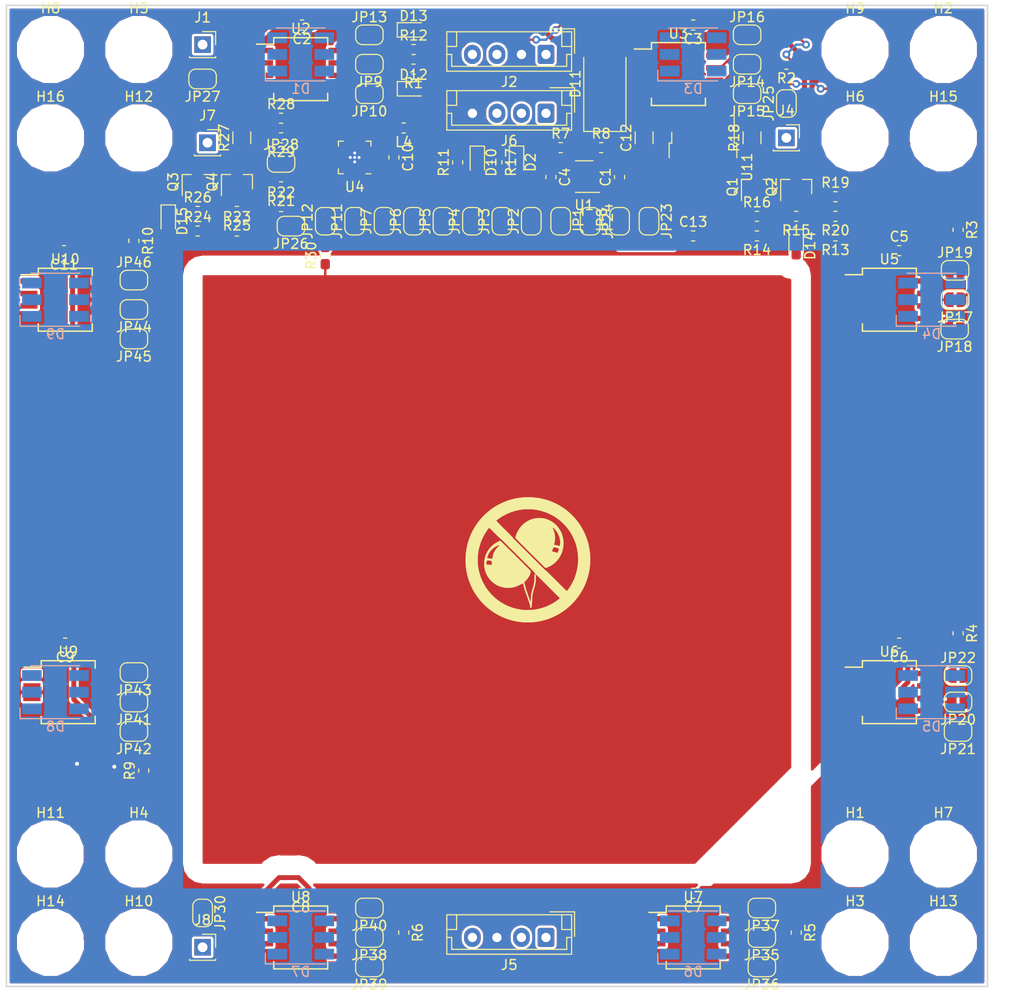
<source format=kicad_pcb>
(kicad_pcb (version 20171130) (host pcbnew 5.0.1-33cea8e~68~ubuntu18.04.1)
  (layers (0 F.Cu signal) (31 B.Cu signal) (34 B.Paste user) (35 F.Paste user) (36 B.SilkS user) (37 F.SilkS user) (38 B.Mask user) (39 F.Mask user) (44 Edge.Cuts user))
  (net 0 "")
  (net 1 "Net-(JP18-Pad1)")
  (net 2 "Net-(JP20-Pad1)")
  (net 3 "Net-(JP14-Pad1)")
  (net 4 "Net-(JP10-Pad1)")
  (net 5 "Net-(JP39-Pad1)")
  (net 6 "Net-(JP41-Pad1)")
  (net 7 "Net-(JP44-Pad1)")
  (net 8 "Net-(JP42-Pad1)")
  (net 9 /P1.0)
  (net 10 "Net-(D10-Pad2)")
  (net 11 GND)
  (net 12 "Net-(R7-Pad2)")
  (net 13 "Net-(C4-Pad1)")
  (net 14 "Net-(JP38-Pad1)")
  (net 15 "Net-(JP36-Pad1)")
  (net 16 "Net-(JP21-Pad1)")
  (net 17 "Net-(JP35-Pad1)")
  (net 18 "Net-(JP17-Pad1)")
  (net 19 "Net-(JP15-Pad1)")
  (net 20 /DATA)
  (net 21 "Net-(JP9-Pad1)")
  (net 22 /SENSE_1)
  (net 23 /NITINOL_1)
  (net 24 +3V3)
  (net 25 "Net-(D2-Pad2)")
  (net 26 +5V)
  (net 27 "Net-(JP8-Pad2)")
  (net 28 "Net-(U1-Pad4)")
  (net 29 "Net-(JP45-Pad2)")
  (net 30 "Net-(JP44-Pad2)")
  (net 31 "Net-(JP46-Pad1)")
  (net 32 "Net-(JP40-Pad1)")
  (net 33 "Net-(JP38-Pad2)")
  (net 34 "Net-(JP39-Pad2)")
  (net 35 "Net-(JP42-Pad2)")
  (net 36 "Net-(JP41-Pad2)")
  (net 37 "Net-(JP43-Pad1)")
  (net 38 "Net-(JP37-Pad1)")
  (net 39 "Net-(JP35-Pad2)")
  (net 40 "Net-(JP36-Pad2)")
  (net 41 "Net-(JP21-Pad2)")
  (net 42 "Net-(JP20-Pad2)")
  (net 43 "Net-(JP22-Pad1)")
  (net 44 "Net-(JP19-Pad1)")
  (net 45 "Net-(JP17-Pad2)")
  (net 46 "Net-(JP18-Pad2)")
  (net 47 "Net-(JP15-Pad2)")
  (net 48 "Net-(JP14-Pad2)")
  (net 49 "Net-(JP16-Pad1)")
  (net 50 "Net-(JP13-Pad1)")
  (net 51 "Net-(JP9-Pad2)")
  (net 52 "Net-(JP10-Pad2)")
  (net 53 /P0.1)
  (net 54 /P0.0)
  (net 55 "Net-(C10-Pad1)")
  (net 56 /C2CK)
  (net 57 /C2D)
  (net 58 /P1.6)
  (net 59 /P1.5)
  (net 60 /P1.4)
  (net 61 /P1.3)
  (net 62 /P1.2)
  (net 63 /P1.1)
  (net 64 /P0.7)
  (net 65 /P0.6)
  (net 66 /P0.5)
  (net 67 /P0.4)
  (net 68 /P0.3)
  (net 69 /P0.2)
  (net 70 "Net-(D3-Pad1)")
  (net 71 "Net-(D3-Pad2)")
  (net 72 "Net-(D3-Pad3)")
  (net 73 "Net-(D1-Pad3)")
  (net 74 "Net-(D1-Pad2)")
  (net 75 "Net-(D1-Pad1)")
  (net 76 "Net-(D4-Pad1)")
  (net 77 "Net-(D4-Pad2)")
  (net 78 "Net-(D4-Pad3)")
  (net 79 "Net-(D5-Pad3)")
  (net 80 "Net-(D5-Pad2)")
  (net 81 "Net-(D5-Pad1)")
  (net 82 "Net-(D6-Pad1)")
  (net 83 "Net-(D6-Pad2)")
  (net 84 "Net-(D6-Pad3)")
  (net 85 "Net-(D7-Pad3)")
  (net 86 "Net-(D7-Pad2)")
  (net 87 "Net-(D7-Pad1)")
  (net 88 "Net-(D8-Pad1)")
  (net 89 "Net-(D8-Pad2)")
  (net 90 "Net-(D8-Pad3)")
  (net 91 "Net-(D9-Pad3)")
  (net 92 "Net-(D9-Pad2)")
  (net 93 "Net-(D9-Pad1)")
  (net 94 /DI)
  (net 95 /DO)
  (net 96 "Net-(JP45-Pad1)")
  (net 97 /TOUCH)
  (net 98 /NITINOL_2)
  (net 99 /SENSE_2)
  (net 100 VDD)
  (net 101 "Net-(JP24-Pad2)")
  (net 102 "Net-(Q1-Pad1)")
  (net 103 "Net-(D12-Pad2)")
  (net 104 "Net-(Q3-Pad3)")
  (net 105 "Net-(Q3-Pad1)")
  (net 106 "Net-(D15-Pad2)")
  (net 107 "Net-(JP26-Pad2)")
  (net 108 "Net-(D14-Pad2)")
  (net 109 "Net-(Q1-Pad3)")
  (net 110 "Net-(D13-Pad1)")
  (net 111 /N2_c)
  (net 112 /N2_b)
  (net 113 /N1_b)
  (net 114 /N2_a)
  (net 115 /N1_a)
  (net 116 /N1_d)
  (net 117 /N2_d)
  (net 118 CAPACITIVE_TOUCH)
  (module Resistor_SMD:R_0603_1608Metric_Pad1.05x0.95mm_HandSolder (layer F.Cu) (at 32.5 25.5 90)
    (fp_text reference R30 (at 0 -1.43 90) (layer F.SilkS))
    (fp_text value 1K)
    (pad 1 smd roundrect (at -0.875 0 90) (size 1.05 0.95) (layers F.Cu F.Paste F.Mask) (net 118 CAPACITIVE_TOUCH))
    (pad 2 smd roundrect (at 0.875 0 90) (size 1.05 0.95) (layers F.Cu F.Paste F.Mask) (net 97 /TOUCH))
  )
  (module Capacitor_SMD:C_1206_3216Metric_Pad1.42x1.75mm_HandSolder (layer F.Cu) (at 65 13.5 90)
    (fp_text reference C12 (at 0 -1.82 90) (layer F.SilkS))
    (fp_text value 10uF)
    (pad 1 smd roundrect (at -1.4875 0 90) (size 1.425 1.75) (layers F.Cu F.Paste F.Mask) (roundrect_rratio 0.175439) (net 100 VDD))
    (pad 2 smd roundrect (at 1.4875 0 90) (size 1.425 1.75) (layers F.Cu F.Paste F.Mask) (roundrect_rratio 0.175439) (net 11 GND))
  )
  (module Diode_SMD:D_0603_1608Metric_Pad1.05x0.95mm_HandSolder (layer F.Cu) (at 41.5 2.5)
    (fp_text reference D13 (at 0 -1.43) (layer F.SilkS))
    (fp_text value JUMPER)
    (pad 1 smd roundrect (at -0.875 0) (size 1.05 0.95) (layers F.Cu F.Paste F.Mask) (net 110 "Net-(D13-Pad1)"))
    (pad 2 smd roundrect (at 0.875 0) (size 1.05 0.95) (layers F.Cu F.Paste F.Mask) (net 26 +5V))
  )
  (module Diode_SMD:D_0603_1608Metric_Pad1.05x0.95mm_HandSolder (layer F.Cu) (at 41.5 8.5)
    (fp_text reference D12 (at 0 -1.43) (layer F.SilkS))
    (fp_text value JUMPER)
    (pad 1 smd roundrect (at -0.875 0) (size 1.05 0.95) (layers F.Cu F.Paste F.Mask) (net 20 /DATA))
    (pad 2 smd roundrect (at 0.875 0) (size 1.05 0.95) (layers F.Cu F.Paste F.Mask) (net 103 "Net-(D12-Pad2)"))
  )
  (module parts:Grommet_0.25in_1061T11 (layer F.Cu) (at 4.5 86.5)
    (fp_text reference H11 (at 0 -4.2) (layer F.SilkS))
    (fp_text value MountingHole)
    (pad "" np_thru_hole circle (at 0 0) (size 6.35 6.35) (drill 6.35) (layers *.Cu *.Mask))
  )
  (module parts:Grommet_0.25in_1061T11 (layer F.Cu) (at 13.5 86.5)
    (fp_text reference H4 (at 0 -4.2) (layer F.SilkS))
    (fp_text value MountingHole)
    (pad "" np_thru_hole circle (at 0 0) (size 6.35 6.35) (drill 6.35) (layers *.Cu *.Mask))
  )
  (module parts:Grommet_0.25in_1061T11 (layer F.Cu) (at 13.5 4.5)
    (fp_text reference H5 (at 0 -4.2) (layer F.SilkS))
    (fp_text value MountingHole)
    (pad "" np_thru_hole circle (at 0 0) (size 6.35 6.35) (drill 6.35) (layers *.Cu *.Mask))
  )
  (module parts:Grommet_0.25in_1061T11 (layer F.Cu) (at 86.5 13.5)
    (fp_text reference H6 (at 0 -4.2) (layer F.SilkS))
    (fp_text value MountingHole)
    (pad "" np_thru_hole circle (at 0 0) (size 6.35 6.35) (drill 6.35) (layers *.Cu *.Mask))
  )
  (module parts:Grommet_0.25in_1061T11 (layer F.Cu) (at 95.5 86.5)
    (fp_text reference H7 (at 0 -4.2) (layer F.SilkS))
    (fp_text value MountingHole)
    (pad "" np_thru_hole circle (at 0 0) (size 6.35 6.35) (drill 6.35) (layers *.Cu *.Mask))
  )
  (module parts:Grommet_0.25in_1061T11 (layer F.Cu) (at 4.5 4.5)
    (fp_text reference H8 (at 0 -4.2) (layer F.SilkS))
    (fp_text value MountingHole)
    (pad "" np_thru_hole circle (at 0 0) (size 6.35 6.35) (drill 6.35) (layers *.Cu *.Mask))
  )
  (module parts:Grommet_0.25in_1061T11 (layer F.Cu) (at 86.5 4.5)
    (fp_text reference H9 (at 0 -4.2) (layer F.SilkS))
    (fp_text value MountingHole)
    (pad "" np_thru_hole circle (at 0 0) (size 6.35 6.35) (drill 6.35) (layers *.Cu *.Mask))
  )
  (module parts:Grommet_0.25in_1061T11 (layer F.Cu) (at 13.5 95.5)
    (fp_text reference H10 (at 0 -4.2) (layer F.SilkS))
    (fp_text value MountingHole)
    (pad "" np_thru_hole circle (at 0 0) (size 6.35 6.35) (drill 6.35) (layers *.Cu *.Mask))
  )
  (module parts:Grommet_0.25in_1061T11 (layer F.Cu) (at 95.5 95.5)
    (fp_text reference H13 (at 0 -4.2) (layer F.SilkS))
    (fp_text value MountingHole)
    (pad "" np_thru_hole circle (at 0 0) (size 6.35 6.35) (drill 6.35) (layers *.Cu *.Mask))
  )
  (module parts:Grommet_0.25in_1061T11 (layer F.Cu) (at 4.5 95.5)
    (fp_text reference H14 (at 0 -4.2) (layer F.SilkS))
    (fp_text value MountingHole)
    (pad "" np_thru_hole circle (at 0 0) (size 6.35 6.35) (drill 6.35) (layers *.Cu *.Mask))
  )
  (module parts:Grommet_0.25in_1061T11 (layer F.Cu) (at 95.5 13.5)
    (fp_text reference H15 (at 0 -4.2) (layer F.SilkS))
    (fp_text value MountingHole)
    (pad "" np_thru_hole circle (at 0 0) (size 6.35 6.35) (drill 6.35) (layers *.Cu *.Mask))
  )
  (module parts:Grommet_0.25in_1061T11 (layer F.Cu) (at 4.5 13.5)
    (fp_text reference H16 (at 0 -4.2) (layer F.SilkS))
    (fp_text value MountingHole)
    (pad "" np_thru_hole circle (at 0 0) (size 6.35 6.35) (drill 6.35) (layers *.Cu *.Mask))
  )
  (module parts:Grommet_0.25in_1061T11 (layer F.Cu) (at 86.5 95.5)
    (fp_text reference H3 (at 0 -4.2) (layer F.SilkS))
    (fp_text value MountingHole)
    (pad "" np_thru_hole circle (at 0 0) (size 6.35 6.35) (drill 6.35) (layers *.Cu *.Mask))
  )
  (module parts:Grommet_0.25in_1061T11 (layer F.Cu) (at 95.5 4.5)
    (fp_text reference H2 (at 0 -4.2) (layer F.SilkS))
    (fp_text value MountingHole)
    (pad "" np_thru_hole circle (at 0 0) (size 6.35 6.35) (drill 6.35) (layers *.Cu *.Mask))
  )
  (module parts:Grommet_0.25in_1061T11 (layer F.Cu) (at 86.5 86.5)
    (fp_text reference H1 (at 0 -4.2) (layer F.SilkS))
    (fp_text value MountingHole)
    (pad "" np_thru_hole circle (at 0 0) (size 6.35 6.35) (drill 6.35) (layers *.Cu *.Mask))
  )
  (module parts:Grommet_0.25in_1061T11 (layer F.Cu) (at 13.5 13.5)
    (fp_text reference H12 (at 0 -4.2) (layer F.SilkS))
    (fp_text value MountingHole)
    (pad "" np_thru_hole circle (at 0 0) (size 6.35 6.35) (drill 6.35) (layers *.Cu *.Mask))
  )
  (module Resistor_SMD:R_1206_3216Metric_Pad1.42x1.75mm_HandSolder (layer F.Cu) (at 24 13.5 90)
    (fp_text reference R27 (at 0 -1.82 90) (layer F.SilkS))
    (fp_text value 1R)
    (pad 2 smd roundrect (at 1.4875 0 90) (size 1.425 1.75) (layers F.Cu F.Paste F.Mask) (roundrect_rratio 0.175439) (net 111 /N2_c))
    (pad 1 smd roundrect (at -1.4875 0 90) (size 1.425 1.75) (layers F.Cu F.Paste F.Mask) (roundrect_rratio 0.175439) (net 112 /N2_b))
  )
  (module Resistor_SMD:R_1206_3216Metric_Pad1.42x1.75mm_HandSolder (layer F.Cu) (at 76 13.5 90)
    (fp_text reference R18 (at 0 -1.82 90) (layer F.SilkS))
    (fp_text value 1R)
    (pad 1 smd roundrect (at -1.4875 0 90) (size 1.425 1.75) (layers F.Cu F.Paste F.Mask) (roundrect_rratio 0.175439) (net 113 /N1_b))
    (pad 2 smd roundrect (at 1.4875 0 90) (size 1.425 1.75) (layers F.Cu F.Paste F.Mask) (roundrect_rratio 0.175439) (net 111 /N2_c))
  )
  (module logo:logo_large (layer F.Cu) (at 53.5 56.5)
    (fp_text reference SYM1 hide)
    (fp_text value SYM_Radioactive_Radiation_Small hide)
  )
  (module Package_TO_SOT_SMD:SOT-23 (layer F.Cu) (at 23.5 18 90)
    (fp_text reference Q4 (at 0 -2.5 90) (layer F.SilkS))
    (fp_text value AO3401)
    (pad 1 smd rect (at -1 -0.95 90) (size 0.9 0.8) (layers F.Cu F.Paste F.Mask) (net 104 "Net-(Q3-Pad3)"))
    (pad 2 smd rect (at -1 0.95 90) (size 0.9 0.8) (layers F.Cu F.Paste F.Mask) (net 114 /N2_a))
    (pad 3 smd rect (at 1 0 90) (size 0.9 0.8) (layers F.Cu F.Paste F.Mask) (net 112 /N2_b))
  )
  (module Connector_PinSocket_2.54mm:PinSocket_1x01_P2.54mm_Vertical (layer F.Cu) (at 79.5 13.5)
    (fp_text reference J4 (at 0 -2.77) (layer F.SilkS))
    (fp_text value NITINOL_1+)
    (pad 1 thru_hole rect (at 0 0) (size 1.7 1.7) (drill 1) (layers *.Cu *.Mask) (net 111 /N2_c))
  )
  (module Connector_PinSocket_2.54mm:PinSocket_1x01_P2.54mm_Vertical (layer F.Cu) (at 20 96)
    (fp_text reference J8 (at 0 -2.77) (layer F.SilkS))
    (fp_text value NITINOL_2-)
    (pad 1 thru_hole rect (at 0 0) (size 1.7 1.7) (drill 1) (layers *.Cu *.Mask) (net 117 /N2_d))
  )
  (module Jumper:SolderJumper-2_P1.3mm_Bridged_RoundedPad1.0x1.5mm (layer F.Cu) (at 20 7.5 180)
    (fp_text reference JP27 (at 0 -1.8 180) (layer F.SilkS))
    (fp_text value Jumper_NC_Small)
    (pad 2 smd custom (at 0.65 0 180) (size 1 0.5) (layers F.Cu F.Mask) (net 116 /N1_d) (options (clearance outline) (anchor rect)) (primitives (gr_circle (center 0 0.25) (end 0.5 0.25) (width 0)) (gr_circle (center 0 -0.25) (end 0.5 -0.25) (width 0)) (gr_poly (pts (xy 0 -0.75) (xy -0.5 -0.75) (xy -0.5 0.75) (xy 0 0.75)) (width 0))))
    (pad 1 smd custom (at -0.65 0 180) (size 1 0.5) (layers F.Cu F.Mask) (net 11 GND) (options (clearance outline) (anchor rect)) (primitives (gr_circle (center 0 0.25) (end 0.5 0.25) (width 0)) (gr_circle (center 0 -0.25) (end 0.5 -0.25) (width 0)) (gr_poly (pts (xy 0 -0.75) (xy 0.5 -0.75) (xy 0.5 0.75) (xy 0 0.75)) (width 0)) (gr_poly (pts (xy 0.9 -0.3) (xy 0.4 -0.3) (xy 0.4 0.3) (xy 0.9 0.3)) (width 0))))
  )
  (module Jumper:SolderJumper-2_P1.3mm_Bridged_RoundedPad1.0x1.5mm (layer F.Cu) (at 20 92.5 270)
    (fp_text reference JP30 (at 0 -1.8 270) (layer F.SilkS))
    (fp_text value Jumper_NC_Small)
    (pad 1 smd custom (at -0.65 0 270) (size 1 0.5) (layers F.Cu F.Mask) (net 11 GND) (options (clearance outline) (anchor rect)) (primitives (gr_circle (center 0 0.25) (end 0.5 0.25) (width 0)) (gr_circle (center 0 -0.25) (end 0.5 -0.25) (width 0)) (gr_poly (pts (xy 0 -0.75) (xy 0.5 -0.75) (xy 0.5 0.75) (xy 0 0.75)) (width 0)) (gr_poly (pts (xy 0.9 -0.3) (xy 0.4 -0.3) (xy 0.4 0.3) (xy 0.9 0.3)) (width 0))))
    (pad 2 smd custom (at 0.65 0 270) (size 1 0.5) (layers F.Cu F.Mask) (net 117 /N2_d) (options (clearance outline) (anchor rect)) (primitives (gr_circle (center 0 0.25) (end 0.5 0.25) (width 0)) (gr_circle (center 0 -0.25) (end 0.5 -0.25) (width 0)) (gr_poly (pts (xy 0 -0.75) (xy -0.5 -0.75) (xy -0.5 0.75) (xy 0 0.75)) (width 0))))
  )
  (module Jumper:SolderJumper-2_P1.3mm_Open_RoundedPad1.0x1.5mm (layer F.Cu) (at 28 16)
    (fp_text reference JP28 (at 0 -1.8) (layer F.SilkS))
    (fp_text value Jumper_NO_Small)
    (pad 1 smd custom (at -0.65 0) (size 1 0.5) (layers F.Cu F.Mask) (net 114 /N2_a) (options (clearance outline) (anchor rect)) (primitives (gr_circle (center 0 0.25) (end 0.5 0.25) (width 0)) (gr_circle (center 0 -0.25) (end 0.5 -0.25) (width 0)) (gr_poly (pts (xy 0 -0.75) (xy 0.5 -0.75) (xy 0.5 0.75) (xy 0 0.75)) (width 0))))
    (pad 2 smd custom (at 0.65 0) (size 1 0.5) (layers F.Cu F.Mask) (net 100 VDD) (options (clearance outline) (anchor rect)) (primitives (gr_circle (center 0 0.25) (end 0.5 0.25) (width 0)) (gr_circle (center 0 -0.25) (end 0.5 -0.25) (width 0)) (gr_poly (pts (xy 0 -0.75) (xy -0.5 -0.75) (xy -0.5 0.75) (xy 0 0.75)) (width 0))))
  )
  (module Jumper:SolderJumper-2_P1.3mm_Open_RoundedPad1.0x1.5mm (layer F.Cu) (at 29 22.5 180)
    (fp_text reference JP26 (at 0 -1.8 180) (layer F.SilkS))
    (fp_text value Jumper_NO_Small)
    (pad 2 smd custom (at 0.65 0 180) (size 1 0.5) (layers F.Cu F.Mask) (net 107 "Net-(JP26-Pad2)") (options (clearance outline) (anchor rect)) (primitives (gr_circle (center 0 0.25) (end 0.5 0.25) (width 0)) (gr_circle (center 0 -0.25) (end 0.5 -0.25) (width 0)) (gr_poly (pts (xy 0 -0.75) (xy -0.5 -0.75) (xy -0.5 0.75) (xy 0 0.75)) (width 0))))
    (pad 1 smd custom (at -0.65 0 180) (size 1 0.5) (layers F.Cu F.Mask) (net 9 /P1.0) (options (clearance outline) (anchor rect)) (primitives (gr_circle (center 0 0.25) (end 0.5 0.25) (width 0)) (gr_circle (center 0 -0.25) (end 0.5 -0.25) (width 0)) (gr_poly (pts (xy 0 -0.75) (xy 0.5 -0.75) (xy 0.5 0.75) (xy 0 0.75)) (width 0))))
  )
  (module Jumper:SolderJumper-2_P1.3mm_Open_RoundedPad1.0x1.5mm (layer F.Cu) (at 79.5 10 90)
    (fp_text reference JP25 (at 0 -1.8 90) (layer F.SilkS))
    (fp_text value Jumper_NO_Small)
    (pad 1 smd custom (at -0.65 0 90) (size 1 0.5) (layers F.Cu F.Mask) (net 115 /N1_a) (options (clearance outline) (anchor rect)) (primitives (gr_circle (center 0 0.25) (end 0.5 0.25) (width 0)) (gr_circle (center 0 -0.25) (end 0.5 -0.25) (width 0)) (gr_poly (pts (xy 0 -0.75) (xy 0.5 -0.75) (xy 0.5 0.75) (xy 0 0.75)) (width 0))))
    (pad 2 smd custom (at 0.65 0 90) (size 1 0.5) (layers F.Cu F.Mask) (net 100 VDD) (options (clearance outline) (anchor rect)) (primitives (gr_circle (center 0 0.25) (end 0.5 0.25) (width 0)) (gr_circle (center 0 -0.25) (end 0.5 -0.25) (width 0)) (gr_poly (pts (xy 0 -0.75) (xy -0.5 -0.75) (xy -0.5 0.75) (xy 0 0.75)) (width 0))))
  )
  (module LED_SMD:LED_0603_1608Metric_Pad1.05x0.95mm_HandSolder (layer F.Cu) (at 16.5 22 270)
    (fp_text reference D15 (at 0 -1.43 270) (layer F.SilkS))
    (fp_text value RED)
    (pad 2 smd roundrect (at 0.875 0 270) (size 1.05 0.95) (layers F.Cu F.Paste F.Mask) (net 106 "Net-(D15-Pad2)"))
    (pad 1 smd roundrect (at -0.875 0 270) (size 1.05 0.95) (layers F.Cu F.Paste F.Mask) (net 11 GND))
  )
  (module LED_SMD:LED_0603_1608Metric_Pad1.05x0.95mm_HandSolder (layer F.Cu) (at 80.5 24.5 270)
    (fp_text reference D14 (at 0 -1.43 270) (layer F.SilkS))
    (fp_text value RED)
    (pad 1 smd roundrect (at -0.875 0 270) (size 1.05 0.95) (layers F.Cu F.Paste F.Mask) (net 11 GND))
    (pad 2 smd roundrect (at 0.875 0 270) (size 1.05 0.95) (layers F.Cu F.Paste F.Mask) (net 108 "Net-(D14-Pad2)"))
  )
  (module Package_TO_SOT_SMD:SOT-23 (layer F.Cu) (at 19.5 18 90)
    (fp_text reference Q3 (at 0 -2.5 90) (layer F.SilkS))
    (fp_text value MMBT3904)
    (pad 1 smd rect (at -1 -0.95 90) (size 0.9 0.8) (layers F.Cu F.Paste F.Mask) (net 105 "Net-(Q3-Pad1)"))
    (pad 2 smd rect (at -1 0.95 90) (size 0.9 0.8) (layers F.Cu F.Paste F.Mask) (net 11 GND))
    (pad 3 smd rect (at 1 0 90) (size 0.9 0.8) (layers F.Cu F.Paste F.Mask) (net 104 "Net-(Q3-Pad3)"))
  )
  (module Resistor_SMD:R_0603_1608Metric_Pad1.05x0.95mm_HandSolder (layer F.Cu) (at 19.5 21)
    (fp_text reference R26 (at 0 -1.43) (layer F.SilkS))
    (fp_text value "10K 1%")
    (pad 1 smd roundrect (at -0.875 0) (size 1.05 0.95) (layers F.Cu F.Paste F.Mask) (net 105 "Net-(Q3-Pad1)"))
    (pad 2 smd roundrect (at 0.875 0) (size 1.05 0.95) (layers F.Cu F.Paste F.Mask) (net 11 GND))
  )
  (module Resistor_SMD:R_0603_1608Metric_Pad1.05x0.95mm_HandSolder (layer F.Cu) (at 28 11.5)
    (fp_text reference R28 (at 0 -1.43) (layer F.SilkS))
    (fp_text value "10K 1%")
    (pad 1 smd roundrect (at -0.875 0) (size 1.05 0.95) (layers F.Cu F.Paste F.Mask) (net 111 /N2_c))
    (pad 2 smd roundrect (at 0.875 0) (size 1.05 0.95) (layers F.Cu F.Paste F.Mask) (net 99 /SENSE_2))
  )
  (module Resistor_SMD:R_0603_1608Metric_Pad1.05x0.95mm_HandSolder (layer F.Cu) (at 84.5 19.5)
    (fp_text reference R19 (at 0 -1.43) (layer F.SilkS))
    (fp_text value "10K 1%")
    (pad 2 smd roundrect (at 0.875 0) (size 1.05 0.95) (layers F.Cu F.Paste F.Mask) (net 22 /SENSE_1))
    (pad 1 smd roundrect (at -0.875 0) (size 1.05 0.95) (layers F.Cu F.Paste F.Mask) (net 111 /N2_c))
  )
  (module Resistor_SMD:R_0603_1608Metric_Pad1.05x0.95mm_HandSolder (layer F.Cu) (at 84.5 21.5 180)
    (fp_text reference R20 (at 0 -1.43 180) (layer F.SilkS))
    (fp_text value "10K 1%")
    (pad 1 smd roundrect (at -0.875 0 180) (size 1.05 0.95) (layers F.Cu F.Paste F.Mask) (net 22 /SENSE_1))
    (pad 2 smd roundrect (at 0.875 0 180) (size 1.05 0.95) (layers F.Cu F.Paste F.Mask) (net 11 GND))
  )
  (module Resistor_SMD:R_0603_1608Metric_Pad1.05x0.95mm_HandSolder (layer F.Cu) (at 28 18.5 180)
    (fp_text reference R21 (at 0 -1.43 180) (layer F.SilkS))
    (fp_text value "10K 1%")
    (pad 2 smd roundrect (at 0.875 0 180) (size 1.05 0.95) (layers F.Cu F.Paste F.Mask) (net 107 "Net-(JP26-Pad2)"))
    (pad 1 smd roundrect (at -0.875 0 180) (size 1.05 0.95) (layers F.Cu F.Paste F.Mask) (net 100 VDD))
  )
  (module Resistor_SMD:R_0603_1608Metric_Pad1.05x0.95mm_HandSolder (layer F.Cu) (at 28 20.5)
    (fp_text reference R22 (at 0 -1.43) (layer F.SilkS))
    (fp_text value "10K 1%")
    (pad 1 smd roundrect (at -0.875 0) (size 1.05 0.95) (layers F.Cu F.Paste F.Mask) (net 107 "Net-(JP26-Pad2)"))
    (pad 2 smd roundrect (at 0.875 0) (size 1.05 0.95) (layers F.Cu F.Paste F.Mask) (net 11 GND))
  )
  (module Resistor_SMD:R_0603_1608Metric_Pad1.05x0.95mm_HandSolder (layer F.Cu) (at 23.5 23)
    (fp_text reference R23 (at 0 -1.43) (layer F.SilkS))
    (fp_text value 100K)
    (pad 2 smd roundrect (at 0.875 0) (size 1.05 0.95) (layers F.Cu F.Paste F.Mask) (net 106 "Net-(D15-Pad2)"))
    (pad 1 smd roundrect (at -0.875 0) (size 1.05 0.95) (layers F.Cu F.Paste F.Mask) (net 98 /NITINOL_2))
  )
  (module Resistor_SMD:R_0603_1608Metric_Pad1.05x0.95mm_HandSolder (layer F.Cu) (at 19.5 23)
    (fp_text reference R24 (at 0 -1.43) (layer F.SilkS))
    (fp_text value 1K)
    (pad 1 smd roundrect (at -0.875 0) (size 1.05 0.95) (layers F.Cu F.Paste F.Mask) (net 105 "Net-(Q3-Pad1)"))
    (pad 2 smd roundrect (at 0.875 0) (size 1.05 0.95) (layers F.Cu F.Paste F.Mask) (net 98 /NITINOL_2))
  )
  (module Resistor_SMD:R_0603_1608Metric_Pad1.05x0.95mm_HandSolder (layer F.Cu) (at 23.5 21 180)
    (fp_text reference R25 (at 0 -1.43 180) (layer F.SilkS))
    (fp_text value "10K 1%")
    (pad 2 smd roundrect (at 0.875 0 180) (size 1.05 0.95) (layers F.Cu F.Paste F.Mask) (net 104 "Net-(Q3-Pad3)"))
    (pad 1 smd roundrect (at -0.875 0 180) (size 1.05 0.95) (layers F.Cu F.Paste F.Mask) (net 114 /N2_a))
  )
  (module Resistor_SMD:R_0603_1608Metric_Pad1.05x0.95mm_HandSolder (layer F.Cu) (at 28 13.5 180)
    (fp_text reference R29 (at 0 -1.43 180) (layer F.SilkS))
    (fp_text value "10K 1%")
    (pad 1 smd roundrect (at -0.875 0 180) (size 1.05 0.95) (layers F.Cu F.Paste F.Mask) (net 99 /SENSE_2))
    (pad 2 smd roundrect (at 0.875 0 180) (size 1.05 0.95) (layers F.Cu F.Paste F.Mask) (net 11 GND))
  )
  (module parts:SiliconLabs_QFN-20-1EP_3x3mm_P0.5mm_ThermalVias (layer F.Cu) (at 35.5 15.5 180)
    (fp_text reference U4 (at 0 -3 180) (layer F.SilkS))
    (fp_text value EFM8BB10F2G-A-QFN20)
    (pad 21 thru_hole circle (at 0.45 0 180) (size 0.6 0.6) (drill 0.3) (layers *.Cu) (net 11 GND))
    (pad 21 thru_hole circle (at 0 0.45 180) (size 0.6 0.6) (drill 0.3) (layers *.Cu) (net 11 GND))
    (pad 21 thru_hole circle (at 0 0 180) (size 0.6 0.6) (drill 0.3) (layers *.Cu) (net 11 GND))
    (pad 21 thru_hole circle (at 0 -0.45 180) (size 0.6 0.6) (drill 0.3) (layers *.Cu) (net 11 GND))
    (pad 21 thru_hole circle (at -0.45 0 180) (size 0.6 0.6) (drill 0.3) (layers *.Cu) (net 11 GND))
    (pad 21 smd rect (at 0 0 180) (size 1.8 1.8) (layers F.Cu F.Mask) (net 11 GND))
    (pad 21 smd rect (at 0 0 180) (size 2.8 2.8) (layers B.Cu) (net 11 GND))
    (pad 20 smd rect (at -0.75 -1.55 270) (size 0.9 0.3) (layers F.Cu F.Paste F.Mask) (net 69 /P0.2))
    (pad 19 smd rect (at -0.25 -1.55 270) (size 0.9 0.3) (layers F.Cu F.Paste F.Mask) (net 68 /P0.3))
    (pad 18 smd rect (at 0.25 -1.55 270) (size 0.9 0.3) (layers F.Cu F.Paste F.Mask) (net 67 /P0.4))
    (pad 17 smd rect (at 0.75 -1.55 270) (size 0.9 0.3) (layers F.Cu F.Paste F.Mask) (net 66 /P0.5))
    (pad 16 smd rect (at 1.25 -1.55 180) (size 0.3 0.9) (layers F.Cu F.Paste F.Mask) (net 65 /P0.6))
    (pad 15 smd rect (at 1.55 -0.75 180) (size 0.9 0.3) (layers F.Cu F.Paste F.Mask) (net 64 /P0.7))
    (pad 14 smd rect (at 1.55 -0.25 180) (size 0.9 0.3) (layers F.Cu F.Paste F.Mask) (net 9 /P1.0))
    (pad 13 smd rect (at 1.55 0.25 180) (size 0.9 0.3) (layers F.Cu F.Paste F.Mask) (net 63 /P1.1))
    (pad 12 smd rect (at 1.55 0.75 180) (size 0.9 0.3) (layers F.Cu F.Paste F.Mask) (net 11 GND))
    (pad 11 smd rect (at 1.55 1.25 180) (size 0.9 0.3) (layers F.Cu F.Paste F.Mask) (net 62 /P1.2))
    (pad 10 smd rect (at 0.75 1.55 270) (size 0.9 0.3) (layers F.Cu F.Paste F.Mask) (net 61 /P1.3))
    (pad 9 smd rect (at 0.25 1.55 270) (size 0.9 0.3) (layers F.Cu F.Paste F.Mask) (net 60 /P1.4))
    (pad 8 smd rect (at -0.25 1.55 270) (size 0.9 0.3) (layers F.Cu F.Paste F.Mask) (net 59 /P1.5))
    (pad 7 smd rect (at -0.75 1.55 270) (size 0.9 0.3) (layers F.Cu F.Paste F.Mask) (net 58 /P1.6))
    (pad 6 smd rect (at -1.25 1.55 180) (size 0.3 0.9) (layers F.Cu F.Paste F.Mask) (net 57 /C2D))
    (pad 5 smd rect (at -1.55 0.75 180) (size 0.9 0.3) (layers F.Cu F.Paste F.Mask) (net 56 /C2CK))
    (pad 4 smd rect (at -1.55 0.25 180) (size 0.9 0.3) (layers F.Cu F.Paste F.Mask) (net 55 "Net-(C10-Pad1)"))
    (pad 3 smd rect (at -1.55 -0.25 180) (size 0.9 0.3) (layers F.Cu F.Paste F.Mask) (net 11 GND))
    (pad 2 smd rect (at -1.55 -0.75 180) (size 0.9 0.3) (layers F.Cu F.Paste F.Mask) (net 54 /P0.0))
    (pad 1 smd rect (at -1.55 -1.25 180) (size 0.9 0.3) (layers F.Cu F.Paste F.Mask) (net 53 /P0.1))
  )
  (module Jumper:SolderJumper-2_P1.3mm_Open_RoundedPad1.0x1.5mm (layer F.Cu) (at 59.5 22 270)
    (fp_text reference JP24 (at 0 -1.8 270) (layer F.SilkS))
    (fp_text value Jumper_NO_Small)
    (pad 1 smd custom (at -0.65 0 270) (size 1 0.5) (layers F.Cu F.Mask) (net 24 +3V3) (options (clearance outline) (anchor rect)) (primitives (gr_circle (center 0 0.25) (end 0.5 0.25) (width 0)) (gr_circle (center 0 -0.25) (end 0.5 -0.25) (width 0)) (gr_poly (pts (xy 0 -0.75) (xy 0.5 -0.75) (xy 0.5 0.75) (xy 0 0.75)) (width 0))))
    (pad 2 smd custom (at 0.65 0 270) (size 1 0.5) (layers F.Cu F.Mask) (net 101 "Net-(JP24-Pad2)") (options (clearance outline) (anchor rect)) (primitives (gr_circle (center 0 0.25) (end 0.5 0.25) (width 0)) (gr_circle (center 0 -0.25) (end 0.5 -0.25) (width 0)) (gr_poly (pts (xy 0 -0.75) (xy -0.5 -0.75) (xy -0.5 0.75) (xy 0 0.75)) (width 0))))
  )
  (module Package_TO_SOT_SMD:TO-252-2 (layer F.Cu) (at 71 16.5 270)
    (fp_text reference U11 (at 0 -4.5 270) (layer F.SilkS))
    (fp_text value LM1117-5.0)
    (pad 1 smd rect (at -4.2 -2.28 270) (size 2.2 1.2) (layers F.Cu F.Paste F.Mask) (net 11 GND))
    (pad 3 smd rect (at -4.2 2.28 270) (size 2.2 1.2) (layers F.Cu F.Paste F.Mask) (net 100 VDD))
    (pad 2 smd rect (at 2.1 0 270) (size 6.4 5.8) (layers F.Cu F.Mask) (net 26 +5V))
  )
  (module Diode_SMD:D_SMA-SMB_Universal_Handsoldering (layer F.Cu) (at 61 8 90)
    (fp_text reference D11 (at 0 -3 90) (layer F.SilkS))
    (fp_text value 1N5819)
    (pad 1 smd trapezoid (at -2.9 0 90) (size 3.6 1.7) (rect_delta 0.6 0) (layers F.Cu F.Paste F.Mask) (net 100 VDD))
    (pad 2 smd trapezoid (at 2.9 0 270) (size 3.6 1.7) (rect_delta 0.6 0) (layers F.Cu F.Paste F.Mask) (net 11 GND))
  )
  (module Capacitor_SMD:C_0603_1608Metric_Pad1.05x0.95mm_HandSolder (layer F.Cu) (at 70 23.5)
    (fp_text reference C13 (at 0 -1.43) (layer F.SilkS))
    (fp_text value 10uF)
    (pad 2 smd roundrect (at 0.875 0) (size 1.05 0.95) (layers F.Cu F.Paste F.Mask) (net 11 GND))
    (pad 1 smd roundrect (at -0.875 0) (size 1.05 0.95) (layers F.Cu F.Paste F.Mask) (net 26 +5V))
  )
  (module Connector_JST:JST_EH_B04B-EH-A_1x04_P2.50mm_Vertical (layer F.Cu) (at 55 95 180)
    (fp_text reference J5 (at 3.75 -2.8 180) (layer F.SilkS))
    (fp_text value OUT)
    (pad 1 thru_hole roundrect (at 0 0 180) (size 1.7 1.95) (drill 0.95) (layers *.Cu *.Mask) (roundrect_rratio 0.147059) (net 95 /DO))
    (pad 2 thru_hole oval (at 2.5 0 180) (size 1.7 1.95) (drill 0.95) (layers *.Cu *.Mask) (net 94 /DI))
    (pad 3 thru_hole oval (at 5 0 180) (size 1.7 1.95) (drill 0.95) (layers *.Cu *.Mask) (net 11 GND))
    (pad 4 thru_hole oval (at 7.5 0 180) (size 1.7 1.95) (drill 0.95) (layers *.Cu *.Mask) (net 100 VDD))
  )
  (module Jumper:SolderJumper-2_P1.3mm_Open_RoundedPad1.0x1.5mm (layer F.Cu) (at 65.5 22 270)
    (fp_text reference JP23 (at 0 -1.8 270) (layer F.SilkS))
    (fp_text value Jumper_NO_Small)
    (pad 1 smd custom (at -0.65 0 270) (size 1 0.5) (layers F.Cu F.Mask) (net 100 VDD) (options (clearance outline) (anchor rect)) (primitives (gr_circle (center 0 0.25) (end 0.5 0.25) (width 0)) (gr_circle (center 0 -0.25) (end 0.5 -0.25) (width 0)) (gr_poly (pts (xy 0 -0.75) (xy 0.5 -0.75) (xy 0.5 0.75) (xy 0 0.75)) (width 0))))
    (pad 2 smd custom (at 0.65 0 270) (size 1 0.5) (layers F.Cu F.Mask) (net 26 +5V) (options (clearance outline) (anchor rect)) (primitives (gr_circle (center 0 0.25) (end 0.5 0.25) (width 0)) (gr_circle (center 0 -0.25) (end 0.5 -0.25) (width 0)) (gr_poly (pts (xy 0 -0.75) (xy -0.5 -0.75) (xy -0.5 0.75) (xy 0 0.75)) (width 0))))
  )
  (module Capacitor_SMD:C_0603_1608Metric_Pad1.05x0.95mm_HandSolder (layer F.Cu) (at 62.5 17.5 90)
    (fp_text reference C1 (at 0 -1.43 90) (layer F.SilkS))
    (fp_text value 10uF)
    (pad 1 smd roundrect (at -0.875 0 90) (size 1.05 0.95) (layers F.Cu F.Paste F.Mask) (net 26 +5V))
    (pad 2 smd roundrect (at 0.875 0 90) (size 1.05 0.95) (layers F.Cu F.Paste F.Mask) (net 11 GND))
  )
  (module Capacitor_SMD:C_0603_1608Metric_Pad1.05x0.95mm_HandSolder (layer F.Cu) (at 5.875 25 180)
    (fp_text reference C11 (at 0 -1.43 180) (layer F.SilkS))
    (fp_text value 0.1uF)
    (pad 2 smd roundrect (at 0.875 0 180) (size 1.05 0.95) (layers F.Cu F.Paste F.Mask) (net 11 GND))
    (pad 1 smd roundrect (at -0.875 0 180) (size 1.05 0.95) (layers F.Cu F.Paste F.Mask) (net 26 +5V))
  )
  (module Capacitor_SMD:C_0603_1608Metric_Pad1.05x0.95mm_HandSolder (layer F.Cu) (at 39.5 15.5 270)
    (fp_text reference C10 (at 0 -1.43 270) (layer F.SilkS))
    (fp_text value 0.1uF)
    (pad 2 smd roundrect (at 0.875 0 270) (size 1.05 0.95) (layers F.Cu F.Paste F.Mask) (net 11 GND))
    (pad 1 smd roundrect (at -0.875 0 270) (size 1.05 0.95) (layers F.Cu F.Paste F.Mask) (net 55 "Net-(C10-Pad1)"))
  )
  (module Capacitor_SMD:C_0603_1608Metric_Pad1.05x0.95mm_HandSolder (layer F.Cu) (at 6 65 180)
    (fp_text reference C9 (at 0 -1.43 180) (layer F.SilkS))
    (fp_text value 0.1uF)
    (pad 2 smd roundrect (at 0.875 0 180) (size 1.05 0.95) (layers F.Cu F.Paste F.Mask) (net 11 GND))
    (pad 1 smd roundrect (at -0.875 0 180) (size 1.05 0.95) (layers F.Cu F.Paste F.Mask) (net 26 +5V))
  )
  (module Capacitor_SMD:C_0603_1608Metric_Pad1.05x0.95mm_HandSolder (layer F.Cu) (at 30 90.5 180)
    (fp_text reference C8 (at 0 -1.43 180) (layer F.SilkS))
    (fp_text value 0.1uF)
    (pad 1 smd roundrect (at -0.875 0 180) (size 1.05 0.95) (layers F.Cu F.Paste F.Mask) (net 26 +5V))
    (pad 2 smd roundrect (at 0.875 0 180) (size 1.05 0.95) (layers F.Cu F.Paste F.Mask) (net 11 GND))
  )
  (module Capacitor_SMD:C_0603_1608Metric_Pad1.05x0.95mm_HandSolder (layer F.Cu) (at 70 90.5 180)
    (fp_text reference C7 (at 0 -1.43 180) (layer F.SilkS))
    (fp_text value 0.1uF)
    (pad 2 smd roundrect (at 0.875 0 180) (size 1.05 0.95) (layers F.Cu F.Paste F.Mask) (net 11 GND))
    (pad 1 smd roundrect (at -0.875 0 180) (size 1.05 0.95) (layers F.Cu F.Paste F.Mask) (net 26 +5V))
  )
  (module Capacitor_SMD:C_0603_1608Metric_Pad1.05x0.95mm_HandSolder (layer F.Cu) (at 91 65 180)
    (fp_text reference C6 (at 0 -1.43 180) (layer F.SilkS))
    (fp_text value 0.1uF)
    (pad 1 smd roundrect (at -0.875 0 180) (size 1.05 0.95) (layers F.Cu F.Paste F.Mask) (net 26 +5V))
    (pad 2 smd roundrect (at 0.875 0 180) (size 1.05 0.95) (layers F.Cu F.Paste F.Mask) (net 11 GND))
  )
  (module Capacitor_SMD:C_0603_1608Metric_Pad1.05x0.95mm_HandSolder (layer F.Cu) (at 91 25)
    (fp_text reference C5 (at 0 -1.43) (layer F.SilkS))
    (fp_text value 0.1uF)
    (pad 2 smd roundrect (at 0.875 0) (size 1.05 0.95) (layers F.Cu F.Paste F.Mask) (net 11 GND))
    (pad 1 smd roundrect (at -0.875 0) (size 1.05 0.95) (layers F.Cu F.Paste F.Mask) (net 26 +5V))
  )
  (module Capacitor_SMD:C_0603_1608Metric_Pad1.05x0.95mm_HandSolder (layer F.Cu) (at 55.5 17.5 270)
    (fp_text reference C4 (at 0 -1.43 270) (layer F.SilkS))
    (fp_text value 10uF)
    (pad 1 smd roundrect (at -0.875 0 270) (size 1.05 0.95) (layers F.Cu F.Paste F.Mask) (net 13 "Net-(C4-Pad1)"))
    (pad 2 smd roundrect (at 0.875 0 270) (size 1.05 0.95) (layers F.Cu F.Paste F.Mask) (net 11 GND))
  )
  (module Capacitor_SMD:C_0603_1608Metric_Pad1.05x0.95mm_HandSolder (layer F.Cu) (at 30.125 2 180)
    (fp_text reference C2 (at 0 -1.43 180) (layer F.SilkS))
    (fp_text value 0.1uF)
    (pad 2 smd roundrect (at 0.875 0 180) (size 1.05 0.95) (layers F.Cu F.Paste F.Mask) (net 11 GND))
    (pad 1 smd roundrect (at -0.875 0 180) (size 1.05 0.95) (layers F.Cu F.Paste F.Mask) (net 26 +5V))
  )
  (module Capacitor_SMD:C_0603_1608Metric_Pad1.05x0.95mm_HandSolder (layer F.Cu) (at 70 2 180)
    (fp_text reference C3 (at 0 -1.43 180) (layer F.SilkS))
    (fp_text value 0.1uF)
    (pad 1 smd roundrect (at -0.875 0 180) (size 1.05 0.95) (layers F.Cu F.Paste F.Mask) (net 26 +5V))
    (pad 2 smd roundrect (at 0.875 0 180) (size 1.05 0.95) (layers F.Cu F.Paste F.Mask) (net 11 GND))
  )
  (module Connector_JST:JST_EH_B04B-EH-A_1x04_P2.50mm_Vertical (layer F.Cu) (at 55 5 180)
    (fp_text reference J2 (at 3.75 -2.8 180) (layer F.SilkS))
    (fp_text value IN)
    (pad 4 thru_hole oval (at 7.5 0 180) (size 1.7 1.95) (drill 0.95) (layers *.Cu *.Mask) (net 95 /DO))
    (pad 3 thru_hole oval (at 5 0 180) (size 1.7 1.95) (drill 0.95) (layers *.Cu *.Mask) (net 94 /DI))
    (pad 2 thru_hole oval (at 2.5 0 180) (size 1.7 1.95) (drill 0.95) (layers *.Cu *.Mask) (net 11 GND))
    (pad 1 thru_hole roundrect (at 0 0 180) (size 1.7 1.95) (drill 0.95) (layers *.Cu *.Mask) (roundrect_rratio 0.147059) (net 100 VDD))
  )
  (module Connector_JST:JST_EH_B04B-EH-A_1x04_P2.50mm_Vertical (layer F.Cu) (at 55 11 180)
    (fp_text reference J6 (at 3.75 -2.8 180) (layer F.SilkS))
    (fp_text value PRGM)
    (pad 1 thru_hole roundrect (at 0 0 180) (size 1.7 1.95) (drill 0.95) (layers *.Cu *.Mask) (roundrect_rratio 0.147059) (net 24 +3V3))
    (pad 2 thru_hole oval (at 2.5 0 180) (size 1.7 1.95) (drill 0.95) (layers *.Cu *.Mask) (net 56 /C2CK))
    (pad 3 thru_hole oval (at 5 0 180) (size 1.7 1.95) (drill 0.95) (layers *.Cu *.Mask) (net 57 /C2D))
    (pad 4 thru_hole oval (at 7.5 0 180) (size 1.7 1.95) (drill 0.95) (layers *.Cu *.Mask) (net 11 GND))
  )
  (module Connector_PinSocket_2.54mm:PinSocket_1x01_P2.54mm_Vertical (layer F.Cu) (at 20 4)
    (fp_text reference J1 (at 0 -2.77) (layer F.SilkS))
    (fp_text value NITINOL_1-)
    (pad 1 thru_hole rect (at 0 0) (size 1.7 1.7) (drill 1) (layers *.Cu *.Mask) (net 116 /N1_d))
  )
  (module Connector_PinSocket_2.54mm:PinSocket_1x01_P2.54mm_Vertical (layer F.Cu) (at 20.5 14)
    (fp_text reference J7 (at 0 -2.77) (layer F.SilkS))
    (fp_text value NITINOL_2+)
    (pad 1 thru_hole rect (at 0 0) (size 1.7 1.7) (drill 1) (layers *.Cu *.Mask) (net 111 /N2_c))
  )
  (module Inductor_SMD:L_0603_1608Metric_Pad1.05x0.95mm_HandSolder (layer F.Cu) (at 40.5 12.5 180)
    (fp_text reference L4 (at 0 -1.43 180) (layer F.SilkS))
    (fp_text value L_Core_Ferrite_Small)
    (pad 2 smd roundrect (at 0.875 0 180) (size 1.05 0.95) (layers F.Cu F.Paste F.Mask) (net 55 "Net-(C10-Pad1)"))
    (pad 1 smd roundrect (at -0.875 0 180) (size 1.05 0.95) (layers F.Cu F.Paste F.Mask) (net 24 +3V3))
  )
  (module Jumper:SolderJumper-2_P1.3mm_Open_RoundedPad1.0x1.5mm (layer F.Cu) (at 13 71 180)
    (fp_text reference JP41 (at 0 -1.8 180) (layer F.SilkS))
    (fp_text value Jumper_NO_Small)
    (pad 2 smd custom (at 0.65 0 180) (size 1 0.5) (layers F.Cu F.Mask) (net 36 "Net-(JP41-Pad2)") (options (clearance outline) (anchor rect)) (primitives (gr_circle (center 0 0.25) (end 0.5 0.25) (width 0)) (gr_circle (center 0 -0.25) (end 0.5 -0.25) (width 0)) (gr_poly (pts (xy 0 -0.75) (xy -0.5 -0.75) (xy -0.5 0.75) (xy 0 0.75)) (width 0))))
    (pad 1 smd custom (at -0.65 0 180) (size 1 0.5) (layers F.Cu F.Mask) (net 6 "Net-(JP41-Pad1)") (options (clearance outline) (anchor rect)) (primitives (gr_circle (center 0 0.25) (end 0.5 0.25) (width 0)) (gr_circle (center 0 -0.25) (end 0.5 -0.25) (width 0)) (gr_poly (pts (xy 0 -0.75) (xy 0.5 -0.75) (xy 0.5 0.75) (xy 0 0.75)) (width 0))))
  )
  (module Jumper:SolderJumper-2_P1.3mm_Open_RoundedPad1.0x1.5mm (layer F.Cu) (at 53.5 22 90)
    (fp_text reference JP2 (at 0 -1.8 90) (layer F.SilkS))
    (fp_text value Jumper_NO_Small)
    (pad 1 smd custom (at -0.65 0 90) (size 1 0.5) (layers F.Cu F.Mask) (net 23 /NITINOL_1) (options (clearance outline) (anchor rect)) (primitives (gr_circle (center 0 0.25) (end 0.5 0.25) (width 0)) (gr_circle (center 0 -0.25) (end 0.5 -0.25) (width 0)) (gr_poly (pts (xy 0 -0.75) (xy 0.5 -0.75) (xy 0.5 0.75) (xy 0 0.75)) (width 0))))
    (pad 2 smd custom (at 0.65 0 90) (size 1 0.5) (layers F.Cu F.Mask) (net 54 /P0.0) (options (clearance outline) (anchor rect)) (primitives (gr_circle (center 0 0.25) (end 0.5 0.25) (width 0)) (gr_circle (center 0 -0.25) (end 0.5 -0.25) (width 0)) (gr_poly (pts (xy 0 -0.75) (xy -0.5 -0.75) (xy -0.5 0.75) (xy 0 0.75)) (width 0))))
  )
  (module Jumper:SolderJumper-2_P1.3mm_Open_RoundedPad1.0x1.5mm (layer F.Cu) (at 56.5 22 270)
    (fp_text reference JP1 (at 0 -1.8 270) (layer F.SilkS))
    (fp_text value Jumper_NO_Small)
    (pad 2 smd custom (at 0.65 0 270) (size 1 0.5) (layers F.Cu F.Mask) (net 24 +3V3) (options (clearance outline) (anchor rect)) (primitives (gr_circle (center 0 0.25) (end 0.5 0.25) (width 0)) (gr_circle (center 0 -0.25) (end 0.5 -0.25) (width 0)) (gr_poly (pts (xy 0 -0.75) (xy -0.5 -0.75) (xy -0.5 0.75) (xy 0 0.75)) (width 0))))
    (pad 1 smd custom (at -0.65 0 270) (size 1 0.5) (layers F.Cu F.Mask) (net 13 "Net-(C4-Pad1)") (options (clearance outline) (anchor rect)) (primitives (gr_circle (center 0 0.25) (end 0.5 0.25) (width 0)) (gr_circle (center 0 -0.25) (end 0.5 -0.25) (width 0)) (gr_poly (pts (xy 0 -0.75) (xy 0.5 -0.75) (xy 0.5 0.75) (xy 0 0.75)) (width 0))))
  )
  (module Jumper:SolderJumper-2_P1.3mm_Open_RoundedPad1.0x1.5mm (layer F.Cu) (at 97 74 180)
    (fp_text reference JP21 (at 0 -1.8 180) (layer F.SilkS))
    (fp_text value Jumper_NO_Small)
    (pad 1 smd custom (at -0.65 0 180) (size 1 0.5) (layers F.Cu F.Mask) (net 16 "Net-(JP21-Pad1)") (options (clearance outline) (anchor rect)) (primitives (gr_circle (center 0 0.25) (end 0.5 0.25) (width 0)) (gr_circle (center 0 -0.25) (end 0.5 -0.25) (width 0)) (gr_poly (pts (xy 0 -0.75) (xy 0.5 -0.75) (xy 0.5 0.75) (xy 0 0.75)) (width 0))))
    (pad 2 smd custom (at 0.65 0 180) (size 1 0.5) (layers F.Cu F.Mask) (net 41 "Net-(JP21-Pad2)") (options (clearance outline) (anchor rect)) (primitives (gr_circle (center 0 0.25) (end 0.5 0.25) (width 0)) (gr_circle (center 0 -0.25) (end 0.5 -0.25) (width 0)) (gr_poly (pts (xy 0 -0.75) (xy -0.5 -0.75) (xy -0.5 0.75) (xy 0 0.75)) (width 0))))
  )
  (module Jumper:SolderJumper-2_P1.3mm_Open_RoundedPad1.0x1.5mm (layer F.Cu) (at 13 28)
    (fp_text reference JP46 (at 0 -1.8) (layer F.SilkS))
    (fp_text value Jumper_NO_Small)
    (pad 2 smd custom (at 0.65 0) (size 1 0.5) (layers F.Cu F.Mask) (net 26 +5V) (options (clearance outline) (anchor rect)) (primitives (gr_circle (center 0 0.25) (end 0.5 0.25) (width 0)) (gr_circle (center 0 -0.25) (end 0.5 -0.25) (width 0)) (gr_poly (pts (xy 0 -0.75) (xy -0.5 -0.75) (xy -0.5 0.75) (xy 0 0.75)) (width 0))))
    (pad 1 smd custom (at -0.65 0) (size 1 0.5) (layers F.Cu F.Mask) (net 31 "Net-(JP46-Pad1)") (options (clearance outline) (anchor rect)) (primitives (gr_circle (center 0 0.25) (end 0.5 0.25) (width 0)) (gr_circle (center 0 -0.25) (end 0.5 -0.25) (width 0)) (gr_poly (pts (xy 0 -0.75) (xy 0.5 -0.75) (xy 0.5 0.75) (xy 0 0.75)) (width 0))))
  )
  (module Jumper:SolderJumper-2_P1.3mm_Open_RoundedPad1.0x1.5mm (layer F.Cu) (at 13 31 180)
    (fp_text reference JP44 (at 0 -1.8 180) (layer F.SilkS))
    (fp_text value Jumper_NO_Small)
    (pad 1 smd custom (at -0.65 0 180) (size 1 0.5) (layers F.Cu F.Mask) (net 7 "Net-(JP44-Pad1)") (options (clearance outline) (anchor rect)) (primitives (gr_circle (center 0 0.25) (end 0.5 0.25) (width 0)) (gr_circle (center 0 -0.25) (end 0.5 -0.25) (width 0)) (gr_poly (pts (xy 0 -0.75) (xy 0.5 -0.75) (xy 0.5 0.75) (xy 0 0.75)) (width 0))))
    (pad 2 smd custom (at 0.65 0 180) (size 1 0.5) (layers F.Cu F.Mask) (net 30 "Net-(JP44-Pad2)") (options (clearance outline) (anchor rect)) (primitives (gr_circle (center 0 0.25) (end 0.5 0.25) (width 0)) (gr_circle (center 0 -0.25) (end 0.5 -0.25) (width 0)) (gr_poly (pts (xy 0 -0.75) (xy -0.5 -0.75) (xy -0.5 0.75) (xy 0 0.75)) (width 0))))
  )
  (module Jumper:SolderJumper-2_P1.3mm_Open_RoundedPad1.0x1.5mm (layer F.Cu) (at 13 68 180)
    (fp_text reference JP43 (at 0 -1.8 180) (layer F.SilkS))
    (fp_text value Jumper_NO_Small)
    (pad 2 smd custom (at 0.65 0 180) (size 1 0.5) (layers F.Cu F.Mask) (net 26 +5V) (options (clearance outline) (anchor rect)) (primitives (gr_circle (center 0 0.25) (end 0.5 0.25) (width 0)) (gr_circle (center 0 -0.25) (end 0.5 -0.25) (width 0)) (gr_poly (pts (xy 0 -0.75) (xy -0.5 -0.75) (xy -0.5 0.75) (xy 0 0.75)) (width 0))))
    (pad 1 smd custom (at -0.65 0 180) (size 1 0.5) (layers F.Cu F.Mask) (net 37 "Net-(JP43-Pad1)") (options (clearance outline) (anchor rect)) (primitives (gr_circle (center 0 0.25) (end 0.5 0.25) (width 0)) (gr_circle (center 0 -0.25) (end 0.5 -0.25) (width 0)) (gr_poly (pts (xy 0 -0.75) (xy 0.5 -0.75) (xy 0.5 0.75) (xy 0 0.75)) (width 0))))
  )
  (module Jumper:SolderJumper-2_P1.3mm_Open_RoundedPad1.0x1.5mm (layer F.Cu) (at 13 74 180)
    (fp_text reference JP42 (at 0 -1.8 180) (layer F.SilkS))
    (fp_text value Jumper_NO_Small)
    (pad 1 smd custom (at -0.65 0 180) (size 1 0.5) (layers F.Cu F.Mask) (net 8 "Net-(JP42-Pad1)") (options (clearance outline) (anchor rect)) (primitives (gr_circle (center 0 0.25) (end 0.5 0.25) (width 0)) (gr_circle (center 0 -0.25) (end 0.5 -0.25) (width 0)) (gr_poly (pts (xy 0 -0.75) (xy 0.5 -0.75) (xy 0.5 0.75) (xy 0 0.75)) (width 0))))
    (pad 2 smd custom (at 0.65 0 180) (size 1 0.5) (layers F.Cu F.Mask) (net 35 "Net-(JP42-Pad2)") (options (clearance outline) (anchor rect)) (primitives (gr_circle (center 0 0.25) (end 0.5 0.25) (width 0)) (gr_circle (center 0 -0.25) (end 0.5 -0.25) (width 0)) (gr_poly (pts (xy 0 -0.75) (xy -0.5 -0.75) (xy -0.5 0.75) (xy 0 0.75)) (width 0))))
  )
  (module Jumper:SolderJumper-2_P1.3mm_Open_RoundedPad1.0x1.5mm (layer F.Cu) (at 37 92 180)
    (fp_text reference JP40 (at 0 -1.8 180) (layer F.SilkS))
    (fp_text value Jumper_NO_Small)
    (pad 2 smd custom (at 0.65 0 180) (size 1 0.5) (layers F.Cu F.Mask) (net 26 +5V) (options (clearance outline) (anchor rect)) (primitives (gr_circle (center 0 0.25) (end 0.5 0.25) (width 0)) (gr_circle (center 0 -0.25) (end 0.5 -0.25) (width 0)) (gr_poly (pts (xy 0 -0.75) (xy -0.5 -0.75) (xy -0.5 0.75) (xy 0 0.75)) (width 0))))
    (pad 1 smd custom (at -0.65 0 180) (size 1 0.5) (layers F.Cu F.Mask) (net 32 "Net-(JP40-Pad1)") (options (clearance outline) (anchor rect)) (primitives (gr_circle (center 0 0.25) (end 0.5 0.25) (width 0)) (gr_circle (center 0 -0.25) (end 0.5 -0.25) (width 0)) (gr_poly (pts (xy 0 -0.75) (xy 0.5 -0.75) (xy 0.5 0.75) (xy 0 0.75)) (width 0))))
  )
  (module Jumper:SolderJumper-2_P1.3mm_Open_RoundedPad1.0x1.5mm (layer F.Cu) (at 37 98 180)
    (fp_text reference JP39 (at 0 -1.8 180) (layer F.SilkS))
    (fp_text value Jumper_NO_Small)
    (pad 1 smd custom (at -0.65 0 180) (size 1 0.5) (layers F.Cu F.Mask) (net 5 "Net-(JP39-Pad1)") (options (clearance outline) (anchor rect)) (primitives (gr_circle (center 0 0.25) (end 0.5 0.25) (width 0)) (gr_circle (center 0 -0.25) (end 0.5 -0.25) (width 0)) (gr_poly (pts (xy 0 -0.75) (xy 0.5 -0.75) (xy 0.5 0.75) (xy 0 0.75)) (width 0))))
    (pad 2 smd custom (at 0.65 0 180) (size 1 0.5) (layers F.Cu F.Mask) (net 34 "Net-(JP39-Pad2)") (options (clearance outline) (anchor rect)) (primitives (gr_circle (center 0 0.25) (end 0.5 0.25) (width 0)) (gr_circle (center 0 -0.25) (end 0.5 -0.25) (width 0)) (gr_poly (pts (xy 0 -0.75) (xy -0.5 -0.75) (xy -0.5 0.75) (xy 0 0.75)) (width 0))))
  )
  (module Jumper:SolderJumper-2_P1.3mm_Open_RoundedPad1.0x1.5mm (layer F.Cu) (at 37 95 180)
    (fp_text reference JP38 (at 0 -1.8 180) (layer F.SilkS))
    (fp_text value Jumper_NO_Small)
    (pad 2 smd custom (at 0.65 0 180) (size 1 0.5) (layers F.Cu F.Mask) (net 33 "Net-(JP38-Pad2)") (options (clearance outline) (anchor rect)) (primitives (gr_circle (center 0 0.25) (end 0.5 0.25) (width 0)) (gr_circle (center 0 -0.25) (end 0.5 -0.25) (width 0)) (gr_poly (pts (xy 0 -0.75) (xy -0.5 -0.75) (xy -0.5 0.75) (xy 0 0.75)) (width 0))))
    (pad 1 smd custom (at -0.65 0 180) (size 1 0.5) (layers F.Cu F.Mask) (net 14 "Net-(JP38-Pad1)") (options (clearance outline) (anchor rect)) (primitives (gr_circle (center 0 0.25) (end 0.5 0.25) (width 0)) (gr_circle (center 0 -0.25) (end 0.5 -0.25) (width 0)) (gr_poly (pts (xy 0 -0.75) (xy 0.5 -0.75) (xy 0.5 0.75) (xy 0 0.75)) (width 0))))
  )
  (module Jumper:SolderJumper-2_P1.3mm_Open_RoundedPad1.0x1.5mm (layer F.Cu) (at 77 92 180)
    (fp_text reference JP37 (at 0 -1.8 180) (layer F.SilkS))
    (fp_text value Jumper_NO_Small)
    (pad 1 smd custom (at -0.65 0 180) (size 1 0.5) (layers F.Cu F.Mask) (net 38 "Net-(JP37-Pad1)") (options (clearance outline) (anchor rect)) (primitives (gr_circle (center 0 0.25) (end 0.5 0.25) (width 0)) (gr_circle (center 0 -0.25) (end 0.5 -0.25) (width 0)) (gr_poly (pts (xy 0 -0.75) (xy 0.5 -0.75) (xy 0.5 0.75) (xy 0 0.75)) (width 0))))
    (pad 2 smd custom (at 0.65 0 180) (size 1 0.5) (layers F.Cu F.Mask) (net 26 +5V) (options (clearance outline) (anchor rect)) (primitives (gr_circle (center 0 0.25) (end 0.5 0.25) (width 0)) (gr_circle (center 0 -0.25) (end 0.5 -0.25) (width 0)) (gr_poly (pts (xy 0 -0.75) (xy -0.5 -0.75) (xy -0.5 0.75) (xy 0 0.75)) (width 0))))
  )
  (module Jumper:SolderJumper-2_P1.3mm_Open_RoundedPad1.0x1.5mm (layer F.Cu) (at 77 98 180)
    (fp_text reference JP36 (at 0 -1.8 180) (layer F.SilkS))
    (fp_text value Jumper_NO_Small)
    (pad 2 smd custom (at 0.65 0 180) (size 1 0.5) (layers F.Cu F.Mask) (net 40 "Net-(JP36-Pad2)") (options (clearance outline) (anchor rect)) (primitives (gr_circle (center 0 0.25) (end 0.5 0.25) (width 0)) (gr_circle (center 0 -0.25) (end 0.5 -0.25) (width 0)) (gr_poly (pts (xy 0 -0.75) (xy -0.5 -0.75) (xy -0.5 0.75) (xy 0 0.75)) (width 0))))
    (pad 1 smd custom (at -0.65 0 180) (size 1 0.5) (layers F.Cu F.Mask) (net 15 "Net-(JP36-Pad1)") (options (clearance outline) (anchor rect)) (primitives (gr_circle (center 0 0.25) (end 0.5 0.25) (width 0)) (gr_circle (center 0 -0.25) (end 0.5 -0.25) (width 0)) (gr_poly (pts (xy 0 -0.75) (xy 0.5 -0.75) (xy 0.5 0.75) (xy 0 0.75)) (width 0))))
  )
  (module Jumper:SolderJumper-2_P1.3mm_Open_RoundedPad1.0x1.5mm (layer F.Cu) (at 77 95 180)
    (fp_text reference JP35 (at 0 -1.8 180) (layer F.SilkS))
    (fp_text value Jumper_NO_Small)
    (pad 1 smd custom (at -0.65 0 180) (size 1 0.5) (layers F.Cu F.Mask) (net 17 "Net-(JP35-Pad1)") (options (clearance outline) (anchor rect)) (primitives (gr_circle (center 0 0.25) (end 0.5 0.25) (width 0)) (gr_circle (center 0 -0.25) (end 0.5 -0.25) (width 0)) (gr_poly (pts (xy 0 -0.75) (xy 0.5 -0.75) (xy 0.5 0.75) (xy 0 0.75)) (width 0))))
    (pad 2 smd custom (at 0.65 0 180) (size 1 0.5) (layers F.Cu F.Mask) (net 39 "Net-(JP35-Pad2)") (options (clearance outline) (anchor rect)) (primitives (gr_circle (center 0 0.25) (end 0.5 0.25) (width 0)) (gr_circle (center 0 -0.25) (end 0.5 -0.25) (width 0)) (gr_poly (pts (xy 0 -0.75) (xy -0.5 -0.75) (xy -0.5 0.75) (xy 0 0.75)) (width 0))))
  )
  (module Jumper:SolderJumper-2_P1.3mm_Open_RoundedPad1.0x1.5mm (layer F.Cu) (at 44.5 22 90)
    (fp_text reference JP5 (at 0 -1.8 90) (layer F.SilkS))
    (fp_text value Jumper_NO_Small)
    (pad 2 smd custom (at 0.65 0 90) (size 1 0.5) (layers F.Cu F.Mask) (net 68 /P0.3) (options (clearance outline) (anchor rect)) (primitives (gr_circle (center 0 0.25) (end 0.5 0.25) (width 0)) (gr_circle (center 0 -0.25) (end 0.5 -0.25) (width 0)) (gr_poly (pts (xy 0 -0.75) (xy -0.5 -0.75) (xy -0.5 0.75) (xy 0 0.75)) (width 0))))
    (pad 1 smd custom (at -0.65 0 90) (size 1 0.5) (layers F.Cu F.Mask) (net 99 /SENSE_2) (options (clearance outline) (anchor rect)) (primitives (gr_circle (center 0 0.25) (end 0.5 0.25) (width 0)) (gr_circle (center 0 -0.25) (end 0.5 -0.25) (width 0)) (gr_poly (pts (xy 0 -0.75) (xy 0.5 -0.75) (xy 0.5 0.75) (xy 0 0.75)) (width 0))))
  )
  (module Jumper:SolderJumper-2_P1.3mm_Open_RoundedPad1.0x1.5mm (layer F.Cu) (at 47.5 22 90)
    (fp_text reference JP4 (at 0 -1.8 90) (layer F.SilkS))
    (fp_text value Jumper_NO_Small)
    (pad 1 smd custom (at -0.65 0 90) (size 1 0.5) (layers F.Cu F.Mask) (net 98 /NITINOL_2) (options (clearance outline) (anchor rect)) (primitives (gr_circle (center 0 0.25) (end 0.5 0.25) (width 0)) (gr_circle (center 0 -0.25) (end 0.5 -0.25) (width 0)) (gr_poly (pts (xy 0 -0.75) (xy 0.5 -0.75) (xy 0.5 0.75) (xy 0 0.75)) (width 0))))
    (pad 2 smd custom (at 0.65 0 90) (size 1 0.5) (layers F.Cu F.Mask) (net 69 /P0.2) (options (clearance outline) (anchor rect)) (primitives (gr_circle (center 0 0.25) (end 0.5 0.25) (width 0)) (gr_circle (center 0 -0.25) (end 0.5 -0.25) (width 0)) (gr_poly (pts (xy 0 -0.75) (xy -0.5 -0.75) (xy -0.5 0.75) (xy 0 0.75)) (width 0))))
  )
  (module Jumper:SolderJumper-2_P1.3mm_Open_RoundedPad1.0x1.5mm (layer F.Cu) (at 50.5 22 90)
    (fp_text reference JP3 (at 0 -1.8 90) (layer F.SilkS))
    (fp_text value Jumper_NO_Small)
    (pad 2 smd custom (at 0.65 0 90) (size 1 0.5) (layers F.Cu F.Mask) (net 53 /P0.1) (options (clearance outline) (anchor rect)) (primitives (gr_circle (center 0 0.25) (end 0.5 0.25) (width 0)) (gr_circle (center 0 -0.25) (end 0.5 -0.25) (width 0)) (gr_poly (pts (xy 0 -0.75) (xy -0.5 -0.75) (xy -0.5 0.75) (xy 0 0.75)) (width 0))))
    (pad 1 smd custom (at -0.65 0 90) (size 1 0.5) (layers F.Cu F.Mask) (net 22 /SENSE_1) (options (clearance outline) (anchor rect)) (primitives (gr_circle (center 0 0.25) (end 0.5 0.25) (width 0)) (gr_circle (center 0 -0.25) (end 0.5 -0.25) (width 0)) (gr_poly (pts (xy 0 -0.75) (xy 0.5 -0.75) (xy 0.5 0.75) (xy 0 0.75)) (width 0))))
  )
  (module Jumper:SolderJumper-2_P1.3mm_Open_RoundedPad1.0x1.5mm (layer F.Cu) (at 32.5 22 90)
    (fp_text reference JP12 (at 0 -1.8 90) (layer F.SilkS))
    (fp_text value Jumper_NO_Small)
    (pad 1 smd custom (at -0.65 0 90) (size 1 0.5) (layers F.Cu F.Mask) (net 97 /TOUCH) (options (clearance outline) (anchor rect)) (primitives (gr_circle (center 0 0.25) (end 0.5 0.25) (width 0)) (gr_circle (center 0 -0.25) (end 0.5 -0.25) (width 0)) (gr_poly (pts (xy 0 -0.75) (xy 0.5 -0.75) (xy 0.5 0.75) (xy 0 0.75)) (width 0))))
    (pad 2 smd custom (at 0.65 0 90) (size 1 0.5) (layers F.Cu F.Mask) (net 64 /P0.7) (options (clearance outline) (anchor rect)) (primitives (gr_circle (center 0 0.25) (end 0.5 0.25) (width 0)) (gr_circle (center 0 -0.25) (end 0.5 -0.25) (width 0)) (gr_poly (pts (xy 0 -0.75) (xy -0.5 -0.75) (xy -0.5 0.75) (xy 0 0.75)) (width 0))))
  )
  (module Jumper:SolderJumper-2_P1.3mm_Open_RoundedPad1.0x1.5mm (layer F.Cu) (at 75.5 6 180)
    (fp_text reference JP14 (at 0 -1.8 180) (layer F.SilkS))
    (fp_text value Jumper_NO_Small)
    (pad 2 smd custom (at 0.65 0 180) (size 1 0.5) (layers F.Cu F.Mask) (net 48 "Net-(JP14-Pad2)") (options (clearance outline) (anchor rect)) (primitives (gr_circle (center 0 0.25) (end 0.5 0.25) (width 0)) (gr_circle (center 0 -0.25) (end 0.5 -0.25) (width 0)) (gr_poly (pts (xy 0 -0.75) (xy -0.5 -0.75) (xy -0.5 0.75) (xy 0 0.75)) (width 0))))
    (pad 1 smd custom (at -0.65 0 180) (size 1 0.5) (layers F.Cu F.Mask) (net 3 "Net-(JP14-Pad1)") (options (clearance outline) (anchor rect)) (primitives (gr_circle (center 0 0.25) (end 0.5 0.25) (width 0)) (gr_circle (center 0 -0.25) (end 0.5 -0.25) (width 0)) (gr_poly (pts (xy 0 -0.75) (xy 0.5 -0.75) (xy 0.5 0.75) (xy 0 0.75)) (width 0))))
  )
  (module Jumper:SolderJumper-2_P1.3mm_Open_RoundedPad1.0x1.5mm (layer F.Cu) (at 75.5 9 180)
    (fp_text reference JP15 (at 0 -1.8 180) (layer F.SilkS))
    (fp_text value Jumper_NO_Small)
    (pad 1 smd custom (at -0.65 0 180) (size 1 0.5) (layers F.Cu F.Mask) (net 19 "Net-(JP15-Pad1)") (options (clearance outline) (anchor rect)) (primitives (gr_circle (center 0 0.25) (end 0.5 0.25) (width 0)) (gr_circle (center 0 -0.25) (end 0.5 -0.25) (width 0)) (gr_poly (pts (xy 0 -0.75) (xy 0.5 -0.75) (xy 0.5 0.75) (xy 0 0.75)) (width 0))))
    (pad 2 smd custom (at 0.65 0 180) (size 1 0.5) (layers F.Cu F.Mask) (net 47 "Net-(JP15-Pad2)") (options (clearance outline) (anchor rect)) (primitives (gr_circle (center 0 0.25) (end 0.5 0.25) (width 0)) (gr_circle (center 0 -0.25) (end 0.5 -0.25) (width 0)) (gr_poly (pts (xy 0 -0.75) (xy -0.5 -0.75) (xy -0.5 0.75) (xy 0 0.75)) (width 0))))
  )
  (module Jumper:SolderJumper-2_P1.3mm_Open_RoundedPad1.0x1.5mm (layer F.Cu) (at 75.5 3)
    (fp_text reference JP16 (at 0 -1.8) (layer F.SilkS))
    (fp_text value Jumper_NO_Small)
    (pad 2 smd custom (at 0.65 0) (size 1 0.5) (layers F.Cu F.Mask) (net 26 +5V) (options (clearance outline) (anchor rect)) (primitives (gr_circle (center 0 0.25) (end 0.5 0.25) (width 0)) (gr_circle (center 0 -0.25) (end 0.5 -0.25) (width 0)) (gr_poly (pts (xy 0 -0.75) (xy -0.5 -0.75) (xy -0.5 0.75) (xy 0 0.75)) (width 0))))
    (pad 1 smd custom (at -0.65 0) (size 1 0.5) (layers F.Cu F.Mask) (net 49 "Net-(JP16-Pad1)") (options (clearance outline) (anchor rect)) (primitives (gr_circle (center 0 0.25) (end 0.5 0.25) (width 0)) (gr_circle (center 0 -0.25) (end 0.5 -0.25) (width 0)) (gr_poly (pts (xy 0 -0.75) (xy 0.5 -0.75) (xy 0.5 0.75) (xy 0 0.75)) (width 0))))
  )
  (module Jumper:SolderJumper-2_P1.3mm_Open_RoundedPad1.0x1.5mm (layer F.Cu) (at 96.7 30 180)
    (fp_text reference JP17 (at 0 -1.8 180) (layer F.SilkS))
    (fp_text value Jumper_NO_Small)
    (pad 1 smd custom (at -0.65 0 180) (size 1 0.5) (layers F.Cu F.Mask) (net 18 "Net-(JP17-Pad1)") (options (clearance outline) (anchor rect)) (primitives (gr_circle (center 0 0.25) (end 0.5 0.25) (width 0)) (gr_circle (center 0 -0.25) (end 0.5 -0.25) (width 0)) (gr_poly (pts (xy 0 -0.75) (xy 0.5 -0.75) (xy 0.5 0.75) (xy 0 0.75)) (width 0))))
    (pad 2 smd custom (at 0.65 0 180) (size 1 0.5) (layers F.Cu F.Mask) (net 45 "Net-(JP17-Pad2)") (options (clearance outline) (anchor rect)) (primitives (gr_circle (center 0 0.25) (end 0.5 0.25) (width 0)) (gr_circle (center 0 -0.25) (end 0.5 -0.25) (width 0)) (gr_poly (pts (xy 0 -0.75) (xy -0.5 -0.75) (xy -0.5 0.75) (xy 0 0.75)) (width 0))))
  )
  (module Jumper:SolderJumper-2_P1.3mm_Open_RoundedPad1.0x1.5mm (layer F.Cu) (at 96.65 33 180)
    (fp_text reference JP18 (at 0 -1.8 180) (layer F.SilkS))
    (fp_text value Jumper_NO_Small)
    (pad 2 smd custom (at 0.65 0 180) (size 1 0.5) (layers F.Cu F.Mask) (net 46 "Net-(JP18-Pad2)") (options (clearance outline) (anchor rect)) (primitives (gr_circle (center 0 0.25) (end 0.5 0.25) (width 0)) (gr_circle (center 0 -0.25) (end 0.5 -0.25) (width 0)) (gr_poly (pts (xy 0 -0.75) (xy -0.5 -0.75) (xy -0.5 0.75) (xy 0 0.75)) (width 0))))
    (pad 1 smd custom (at -0.65 0 180) (size 1 0.5) (layers F.Cu F.Mask) (net 1 "Net-(JP18-Pad1)") (options (clearance outline) (anchor rect)) (primitives (gr_circle (center 0 0.25) (end 0.5 0.25) (width 0)) (gr_circle (center 0 -0.25) (end 0.5 -0.25) (width 0)) (gr_poly (pts (xy 0 -0.75) (xy 0.5 -0.75) (xy 0.5 0.75) (xy 0 0.75)) (width 0))))
  )
  (module Jumper:SolderJumper-2_P1.3mm_Open_RoundedPad1.0x1.5mm (layer F.Cu) (at 96.7 27)
    (fp_text reference JP19 (at 0 -1.8) (layer F.SilkS))
    (fp_text value Jumper_NO_Small)
    (pad 1 smd custom (at -0.65 0) (size 1 0.5) (layers F.Cu F.Mask) (net 44 "Net-(JP19-Pad1)") (options (clearance outline) (anchor rect)) (primitives (gr_circle (center 0 0.25) (end 0.5 0.25) (width 0)) (gr_circle (center 0 -0.25) (end 0.5 -0.25) (width 0)) (gr_poly (pts (xy 0 -0.75) (xy 0.5 -0.75) (xy 0.5 0.75) (xy 0 0.75)) (width 0))))
    (pad 2 smd custom (at 0.65 0) (size 1 0.5) (layers F.Cu F.Mask) (net 26 +5V) (options (clearance outline) (anchor rect)) (primitives (gr_circle (center 0 0.25) (end 0.5 0.25) (width 0)) (gr_circle (center 0 -0.25) (end 0.5 -0.25) (width 0)) (gr_poly (pts (xy 0 -0.75) (xy -0.5 -0.75) (xy -0.5 0.75) (xy 0 0.75)) (width 0))))
  )
  (module Jumper:SolderJumper-2_P1.3mm_Open_RoundedPad1.0x1.5mm (layer F.Cu) (at 97 71 180)
    (fp_text reference JP20 (at 0 -1.8 180) (layer F.SilkS))
    (fp_text value Jumper_NO_Small)
    (pad 2 smd custom (at 0.65 0 180) (size 1 0.5) (layers F.Cu F.Mask) (net 42 "Net-(JP20-Pad2)") (options (clearance outline) (anchor rect)) (primitives (gr_circle (center 0 0.25) (end 0.5 0.25) (width 0)) (gr_circle (center 0 -0.25) (end 0.5 -0.25) (width 0)) (gr_poly (pts (xy 0 -0.75) (xy -0.5 -0.75) (xy -0.5 0.75) (xy 0 0.75)) (width 0))))
    (pad 1 smd custom (at -0.65 0 180) (size 1 0.5) (layers F.Cu F.Mask) (net 2 "Net-(JP20-Pad1)") (options (clearance outline) (anchor rect)) (primitives (gr_circle (center 0 0.25) (end 0.5 0.25) (width 0)) (gr_circle (center 0 -0.25) (end 0.5 -0.25) (width 0)) (gr_poly (pts (xy 0 -0.75) (xy 0.5 -0.75) (xy 0.5 0.75) (xy 0 0.75)) (width 0))))
  )
  (module Jumper:SolderJumper-2_P1.3mm_Open_RoundedPad1.0x1.5mm (layer F.Cu) (at 37 3)
    (fp_text reference JP13 (at 0 -1.8) (layer F.SilkS))
    (fp_text value Jumper_NO_Small)
    (pad 1 smd custom (at -0.65 0) (size 1 0.5) (layers F.Cu F.Mask) (net 50 "Net-(JP13-Pad1)") (options (clearance outline) (anchor rect)) (primitives (gr_circle (center 0 0.25) (end 0.5 0.25) (width 0)) (gr_circle (center 0 -0.25) (end 0.5 -0.25) (width 0)) (gr_poly (pts (xy 0 -0.75) (xy 0.5 -0.75) (xy 0.5 0.75) (xy 0 0.75)) (width 0))))
    (pad 2 smd custom (at 0.65 0) (size 1 0.5) (layers F.Cu F.Mask) (net 26 +5V) (options (clearance outline) (anchor rect)) (primitives (gr_circle (center 0 0.25) (end 0.5 0.25) (width 0)) (gr_circle (center 0 -0.25) (end 0.5 -0.25) (width 0)) (gr_poly (pts (xy 0 -0.75) (xy -0.5 -0.75) (xy -0.5 0.75) (xy 0 0.75)) (width 0))))
  )
  (module Jumper:SolderJumper-2_P1.3mm_Open_RoundedPad1.0x1.5mm (layer F.Cu) (at 35.5 22 90)
    (fp_text reference JP11 (at 0 -1.8 90) (layer F.SilkS))
    (fp_text value Jumper_NO_Small)
    (pad 2 smd custom (at 0.65 0 90) (size 1 0.5) (layers F.Cu F.Mask) (net 65 /P0.6) (options (clearance outline) (anchor rect)) (primitives (gr_circle (center 0 0.25) (end 0.5 0.25) (width 0)) (gr_circle (center 0 -0.25) (end 0.5 -0.25) (width 0)) (gr_poly (pts (xy 0 -0.75) (xy -0.5 -0.75) (xy -0.5 0.75) (xy 0 0.75)) (width 0))))
    (pad 1 smd custom (at -0.65 0 90) (size 1 0.5) (layers F.Cu F.Mask) (net 20 /DATA) (options (clearance outline) (anchor rect)) (primitives (gr_circle (center 0 0.25) (end 0.5 0.25) (width 0)) (gr_circle (center 0 -0.25) (end 0.5 -0.25) (width 0)) (gr_poly (pts (xy 0 -0.75) (xy 0.5 -0.75) (xy 0.5 0.75) (xy 0 0.75)) (width 0))))
  )
  (module Jumper:SolderJumper-2_P1.3mm_Open_RoundedPad1.0x1.5mm (layer F.Cu) (at 13 34 180)
    (fp_text reference JP45 (at 0 -1.8 180) (layer F.SilkS))
    (fp_text value Jumper_NO_Small)
    (pad 1 smd custom (at -0.65 0 180) (size 1 0.5) (layers F.Cu F.Mask) (net 96 "Net-(JP45-Pad1)") (options (clearance outline) (anchor rect)) (primitives (gr_circle (center 0 0.25) (end 0.5 0.25) (width 0)) (gr_circle (center 0 -0.25) (end 0.5 -0.25) (width 0)) (gr_poly (pts (xy 0 -0.75) (xy 0.5 -0.75) (xy 0.5 0.75) (xy 0 0.75)) (width 0))))
    (pad 2 smd custom (at 0.65 0 180) (size 1 0.5) (layers F.Cu F.Mask) (net 29 "Net-(JP45-Pad2)") (options (clearance outline) (anchor rect)) (primitives (gr_circle (center 0 0.25) (end 0.5 0.25) (width 0)) (gr_circle (center 0 -0.25) (end 0.5 -0.25) (width 0)) (gr_poly (pts (xy 0 -0.75) (xy -0.5 -0.75) (xy -0.5 0.75) (xy 0 0.75)) (width 0))))
  )
  (module Jumper:SolderJumper-2_P1.3mm_Open_RoundedPad1.0x1.5mm (layer F.Cu) (at 37 9 180)
    (fp_text reference JP10 (at 0 -1.8 180) (layer F.SilkS))
    (fp_text value Jumper_NO_Small)
    (pad 2 smd custom (at 0.65 0 180) (size 1 0.5) (layers F.Cu F.Mask) (net 52 "Net-(JP10-Pad2)") (options (clearance outline) (anchor rect)) (primitives (gr_circle (center 0 0.25) (end 0.5 0.25) (width 0)) (gr_circle (center 0 -0.25) (end 0.5 -0.25) (width 0)) (gr_poly (pts (xy 0 -0.75) (xy -0.5 -0.75) (xy -0.5 0.75) (xy 0 0.75)) (width 0))))
    (pad 1 smd custom (at -0.65 0 180) (size 1 0.5) (layers F.Cu F.Mask) (net 4 "Net-(JP10-Pad1)") (options (clearance outline) (anchor rect)) (primitives (gr_circle (center 0 0.25) (end 0.5 0.25) (width 0)) (gr_circle (center 0 -0.25) (end 0.5 -0.25) (width 0)) (gr_poly (pts (xy 0 -0.75) (xy 0.5 -0.75) (xy 0.5 0.75) (xy 0 0.75)) (width 0))))
  )
  (module Jumper:SolderJumper-2_P1.3mm_Open_RoundedPad1.0x1.5mm (layer F.Cu) (at 37 6 180)
    (fp_text reference JP9 (at 0 -1.8 180) (layer F.SilkS))
    (fp_text value Jumper_NO_Small)
    (pad 1 smd custom (at -0.65 0 180) (size 1 0.5) (layers F.Cu F.Mask) (net 21 "Net-(JP9-Pad1)") (options (clearance outline) (anchor rect)) (primitives (gr_circle (center 0 0.25) (end 0.5 0.25) (width 0)) (gr_circle (center 0 -0.25) (end 0.5 -0.25) (width 0)) (gr_poly (pts (xy 0 -0.75) (xy 0.5 -0.75) (xy 0.5 0.75) (xy 0 0.75)) (width 0))))
    (pad 2 smd custom (at 0.65 0 180) (size 1 0.5) (layers F.Cu F.Mask) (net 51 "Net-(JP9-Pad2)") (options (clearance outline) (anchor rect)) (primitives (gr_circle (center 0 0.25) (end 0.5 0.25) (width 0)) (gr_circle (center 0 -0.25) (end 0.5 -0.25) (width 0)) (gr_poly (pts (xy 0 -0.75) (xy -0.5 -0.75) (xy -0.5 0.75) (xy 0 0.75)) (width 0))))
  )
  (module Jumper:SolderJumper-2_P1.3mm_Open_RoundedPad1.0x1.5mm (layer F.Cu) (at 62.5 22 90)
    (fp_text reference JP8 (at 0 -1.8 90) (layer F.SilkS))
    (fp_text value Jumper_NO_Small)
    (pad 2 smd custom (at 0.65 0 90) (size 1 0.5) (layers F.Cu F.Mask) (net 27 "Net-(JP8-Pad2)") (options (clearance outline) (anchor rect)) (primitives (gr_circle (center 0 0.25) (end 0.5 0.25) (width 0)) (gr_circle (center 0 -0.25) (end 0.5 -0.25) (width 0)) (gr_poly (pts (xy 0 -0.75) (xy -0.5 -0.75) (xy -0.5 0.75) (xy 0 0.75)) (width 0))))
    (pad 1 smd custom (at -0.65 0 90) (size 1 0.5) (layers F.Cu F.Mask) (net 26 +5V) (options (clearance outline) (anchor rect)) (primitives (gr_circle (center 0 0.25) (end 0.5 0.25) (width 0)) (gr_circle (center 0 -0.25) (end 0.5 -0.25) (width 0)) (gr_poly (pts (xy 0 -0.75) (xy 0.5 -0.75) (xy 0.5 0.75) (xy 0 0.75)) (width 0))))
  )
  (module Jumper:SolderJumper-2_P1.3mm_Open_RoundedPad1.0x1.5mm (layer F.Cu) (at 38.5 22 90)
    (fp_text reference JP7 (at 0 -1.8 90) (layer F.SilkS))
    (fp_text value Jumper_NO_Small)
    (pad 1 smd custom (at -0.65 0 90) (size 1 0.5) (layers F.Cu F.Mask) (net 95 /DO) (options (clearance outline) (anchor rect)) (primitives (gr_circle (center 0 0.25) (end 0.5 0.25) (width 0)) (gr_circle (center 0 -0.25) (end 0.5 -0.25) (width 0)) (gr_poly (pts (xy 0 -0.75) (xy 0.5 -0.75) (xy 0.5 0.75) (xy 0 0.75)) (width 0))))
    (pad 2 smd custom (at 0.65 0 90) (size 1 0.5) (layers F.Cu F.Mask) (net 66 /P0.5) (options (clearance outline) (anchor rect)) (primitives (gr_circle (center 0 0.25) (end 0.5 0.25) (width 0)) (gr_circle (center 0 -0.25) (end 0.5 -0.25) (width 0)) (gr_poly (pts (xy 0 -0.75) (xy -0.5 -0.75) (xy -0.5 0.75) (xy 0 0.75)) (width 0))))
  )
  (module Jumper:SolderJumper-2_P1.3mm_Open_RoundedPad1.0x1.5mm (layer F.Cu) (at 41.5 22 90)
    (fp_text reference JP6 (at 0 -1.8 90) (layer F.SilkS))
    (fp_text value Jumper_NO_Small)
    (pad 2 smd custom (at 0.65 0 90) (size 1 0.5) (layers F.Cu F.Mask) (net 67 /P0.4) (options (clearance outline) (anchor rect)) (primitives (gr_circle (center 0 0.25) (end 0.5 0.25) (width 0)) (gr_circle (center 0 -0.25) (end 0.5 -0.25) (width 0)) (gr_poly (pts (xy 0 -0.75) (xy -0.5 -0.75) (xy -0.5 0.75) (xy 0 0.75)) (width 0))))
    (pad 1 smd custom (at -0.65 0 90) (size 1 0.5) (layers F.Cu F.Mask) (net 94 /DI) (options (clearance outline) (anchor rect)) (primitives (gr_circle (center 0 0.25) (end 0.5 0.25) (width 0)) (gr_circle (center 0 -0.25) (end 0.5 -0.25) (width 0)) (gr_poly (pts (xy 0 -0.75) (xy 0.5 -0.75) (xy 0.5 0.75) (xy 0 0.75)) (width 0))))
  )
  (module Jumper:SolderJumper-2_P1.3mm_Open_RoundedPad1.0x1.5mm (layer F.Cu) (at 97 68.3)
    (fp_text reference JP22 (at 0 -1.8) (layer F.SilkS))
    (fp_text value Jumper_NO_Small)
    (pad 1 smd custom (at -0.65 0) (size 1 0.5) (layers F.Cu F.Mask) (net 43 "Net-(JP22-Pad1)") (options (clearance outline) (anchor rect)) (primitives (gr_circle (center 0 0.25) (end 0.5 0.25) (width 0)) (gr_circle (center 0 -0.25) (end 0.5 -0.25) (width 0)) (gr_poly (pts (xy 0 -0.75) (xy 0.5 -0.75) (xy 0.5 0.75) (xy 0 0.75)) (width 0))))
    (pad 2 smd custom (at 0.65 0) (size 1 0.5) (layers F.Cu F.Mask) (net 26 +5V) (options (clearance outline) (anchor rect)) (primitives (gr_circle (center 0 0.25) (end 0.5 0.25) (width 0)) (gr_circle (center 0 -0.25) (end 0.5 -0.25) (width 0)) (gr_poly (pts (xy 0 -0.75) (xy -0.5 -0.75) (xy -0.5 0.75) (xy 0 0.75)) (width 0))))
  )
  (module LED_SMD:LED_0603_1608Metric_Pad1.05x0.95mm_HandSolder (layer F.Cu) (at 48 16 270)
    (fp_text reference D10 (at 0 -1.43 270) (layer F.SilkS))
    (fp_text value BLUE)
    (pad 2 smd roundrect (at 0.875 0 270) (size 1.05 0.95) (layers F.Cu F.Paste F.Mask) (net 10 "Net-(D10-Pad2)"))
    (pad 1 smd roundrect (at -0.875 0 270) (size 1.05 0.95) (layers F.Cu F.Paste F.Mask) (net 11 GND))
  )
  (module LED_SMD:LED_0603_1608Metric_Pad1.05x0.95mm_HandSolder (layer F.Cu) (at 52 16 270)
    (fp_text reference D2 (at 0 -1.43 270) (layer F.SilkS))
    (fp_text value GREEN)
    (pad 1 smd roundrect (at -0.875 0 270) (size 1.05 0.95) (layers F.Cu F.Paste F.Mask) (net 11 GND))
    (pad 2 smd roundrect (at 0.875 0 270) (size 1.05 0.95) (layers F.Cu F.Paste F.Mask) (net 25 "Net-(D2-Pad2)"))
  )
  (module LED_SMD:LED_RGB_5050-6 (layer B.Cu) (at 5 30)
    (fp_text reference D9 (at 0 3.5 -180) (layer B.SilkS) (effects (justify mirror)))
    (fp_text value LED_RGB)
    (pad 6 smd rect (at 2.4 1.7 270) (size 1.1 2) (layers B.Cu B.Paste B.Mask) (net 26 +5V))
    (pad 5 smd rect (at 2.4 0 270) (size 1.1 2) (layers B.Cu B.Paste B.Mask) (net 26 +5V))
    (pad 4 smd rect (at 2.4 -1.7 270) (size 1.1 2) (layers B.Cu B.Paste B.Mask) (net 26 +5V))
    (pad 3 smd rect (at -2.4 -1.7 270) (size 1.1 2) (layers B.Cu B.Paste B.Mask) (net 91 "Net-(D9-Pad3)"))
    (pad 2 smd rect (at -2.4 0 270) (size 1.1 2) (layers B.Cu B.Paste B.Mask) (net 92 "Net-(D9-Pad2)"))
    (pad 1 smd rect (at -2.4 1.7 270) (size 1.1 2) (layers B.Cu B.Paste B.Mask) (net 93 "Net-(D9-Pad1)"))
  )
  (module LED_SMD:LED_RGB_5050-6 (layer B.Cu) (at 5 70)
    (fp_text reference D8 (at 0 3.5 -180) (layer B.SilkS) (effects (justify mirror)))
    (fp_text value LED_RGB)
    (pad 1 smd rect (at -2.4 1.7 270) (size 1.1 2) (layers B.Cu B.Paste B.Mask) (net 88 "Net-(D8-Pad1)"))
    (pad 2 smd rect (at -2.4 0 270) (size 1.1 2) (layers B.Cu B.Paste B.Mask) (net 89 "Net-(D8-Pad2)"))
    (pad 3 smd rect (at -2.4 -1.7 270) (size 1.1 2) (layers B.Cu B.Paste B.Mask) (net 90 "Net-(D8-Pad3)"))
    (pad 4 smd rect (at 2.4 -1.7 270) (size 1.1 2) (layers B.Cu B.Paste B.Mask) (net 26 +5V))
    (pad 5 smd rect (at 2.4 0 270) (size 1.1 2) (layers B.Cu B.Paste B.Mask) (net 26 +5V))
    (pad 6 smd rect (at 2.4 1.7 270) (size 1.1 2) (layers B.Cu B.Paste B.Mask) (net 26 +5V))
  )
  (module LED_SMD:LED_RGB_5050-6 (layer B.Cu) (at 30 95)
    (fp_text reference D7 (at 0 3.5 -180) (layer B.SilkS) (effects (justify mirror)))
    (fp_text value LED_RGB)
    (pad 6 smd rect (at 2.4 1.7 270) (size 1.1 2) (layers B.Cu B.Paste B.Mask) (net 26 +5V))
    (pad 5 smd rect (at 2.4 0 270) (size 1.1 2) (layers B.Cu B.Paste B.Mask) (net 26 +5V))
    (pad 4 smd rect (at 2.4 -1.7 270) (size 1.1 2) (layers B.Cu B.Paste B.Mask) (net 26 +5V))
    (pad 3 smd rect (at -2.4 -1.7 270) (size 1.1 2) (layers B.Cu B.Paste B.Mask) (net 85 "Net-(D7-Pad3)"))
    (pad 2 smd rect (at -2.4 0 270) (size 1.1 2) (layers B.Cu B.Paste B.Mask) (net 86 "Net-(D7-Pad2)"))
    (pad 1 smd rect (at -2.4 1.7 270) (size 1.1 2) (layers B.Cu B.Paste B.Mask) (net 87 "Net-(D7-Pad1)"))
  )
  (module LED_SMD:LED_RGB_5050-6 (layer B.Cu) (at 70 95)
    (fp_text reference D6 (at 0 3.5 -180) (layer B.SilkS) (effects (justify mirror)))
    (fp_text value LED_RGB)
    (pad 1 smd rect (at -2.4 1.7 270) (size 1.1 2) (layers B.Cu B.Paste B.Mask) (net 82 "Net-(D6-Pad1)"))
    (pad 2 smd rect (at -2.4 0 270) (size 1.1 2) (layers B.Cu B.Paste B.Mask) (net 83 "Net-(D6-Pad2)"))
    (pad 3 smd rect (at -2.4 -1.7 270) (size 1.1 2) (layers B.Cu B.Paste B.Mask) (net 84 "Net-(D6-Pad3)"))
    (pad 4 smd rect (at 2.4 -1.7 270) (size 1.1 2) (layers B.Cu B.Paste B.Mask) (net 26 +5V))
    (pad 5 smd rect (at 2.4 0 270) (size 1.1 2) (layers B.Cu B.Paste B.Mask) (net 26 +5V))
    (pad 6 smd rect (at 2.4 1.7 270) (size 1.1 2) (layers B.Cu B.Paste B.Mask) (net 26 +5V))
  )
  (module LED_SMD:LED_RGB_5050-6 (layer B.Cu) (at 94.3 70)
    (fp_text reference D5 (at 0 3.5 -180) (layer B.SilkS) (effects (justify mirror)))
    (fp_text value LED_RGB)
    (pad 6 smd rect (at 2.4 1.7 270) (size 1.1 2) (layers B.Cu B.Paste B.Mask) (net 26 +5V))
    (pad 5 smd rect (at 2.4 0 270) (size 1.1 2) (layers B.Cu B.Paste B.Mask) (net 26 +5V))
    (pad 4 smd rect (at 2.4 -1.7 270) (size 1.1 2) (layers B.Cu B.Paste B.Mask) (net 26 +5V))
    (pad 3 smd rect (at -2.4 -1.7 270) (size 1.1 2) (layers B.Cu B.Paste B.Mask) (net 79 "Net-(D5-Pad3)"))
    (pad 2 smd rect (at -2.4 0 270) (size 1.1 2) (layers B.Cu B.Paste B.Mask) (net 80 "Net-(D5-Pad2)"))
    (pad 1 smd rect (at -2.4 1.7 270) (size 1.1 2) (layers B.Cu B.Paste B.Mask) (net 81 "Net-(D5-Pad1)"))
  )
  (module LED_SMD:LED_RGB_5050-6 (layer B.Cu) (at 94.3 30)
    (fp_text reference D4 (at 0 3.5 -180) (layer B.SilkS) (effects (justify mirror)))
    (fp_text value LED_RGB)
    (pad 1 smd rect (at -2.4 1.7 270) (size 1.1 2) (layers B.Cu B.Paste B.Mask) (net 76 "Net-(D4-Pad1)"))
    (pad 2 smd rect (at -2.4 0 270) (size 1.1 2) (layers B.Cu B.Paste B.Mask) (net 77 "Net-(D4-Pad2)"))
    (pad 3 smd rect (at -2.4 -1.7 270) (size 1.1 2) (layers B.Cu B.Paste B.Mask) (net 78 "Net-(D4-Pad3)"))
    (pad 4 smd rect (at 2.4 -1.7 270) (size 1.1 2) (layers B.Cu B.Paste B.Mask) (net 26 +5V))
    (pad 5 smd rect (at 2.4 0 270) (size 1.1 2) (layers B.Cu B.Paste B.Mask) (net 26 +5V))
    (pad 6 smd rect (at 2.4 1.7 270) (size 1.1 2) (layers B.Cu B.Paste B.Mask) (net 26 +5V))
  )
  (module LED_SMD:LED_RGB_5050-6 (layer B.Cu) (at 30 5)
    (fp_text reference D1 (at 0 3.5 -180) (layer B.SilkS) (effects (justify mirror)))
    (fp_text value LED_RGB)
    (pad 6 smd rect (at 2.4 1.7 270) (size 1.1 2) (layers B.Cu B.Paste B.Mask) (net 26 +5V))
    (pad 5 smd rect (at 2.4 0 270) (size 1.1 2) (layers B.Cu B.Paste B.Mask) (net 26 +5V))
    (pad 4 smd rect (at 2.4 -1.7 270) (size 1.1 2) (layers B.Cu B.Paste B.Mask) (net 26 +5V))
    (pad 3 smd rect (at -2.4 -1.7 270) (size 1.1 2) (layers B.Cu B.Paste B.Mask) (net 73 "Net-(D1-Pad3)"))
    (pad 2 smd rect (at -2.4 0 270) (size 1.1 2) (layers B.Cu B.Paste B.Mask) (net 74 "Net-(D1-Pad2)"))
    (pad 1 smd rect (at -2.4 1.7 270) (size 1.1 2) (layers B.Cu B.Paste B.Mask) (net 75 "Net-(D1-Pad1)"))
  )
  (module LED_SMD:LED_RGB_5050-6 (layer B.Cu) (at 70 5)
    (fp_text reference D3 (at 0 3.5 -180) (layer B.SilkS) (effects (justify mirror)))
    (fp_text value LED_RGB)
    (pad 1 smd rect (at -2.4 1.7 270) (size 1.1 2) (layers B.Cu B.Paste B.Mask) (net 70 "Net-(D3-Pad1)"))
    (pad 2 smd rect (at -2.4 0 270) (size 1.1 2) (layers B.Cu B.Paste B.Mask) (net 71 "Net-(D3-Pad2)"))
    (pad 3 smd rect (at -2.4 -1.7 270) (size 1.1 2) (layers B.Cu B.Paste B.Mask) (net 72 "Net-(D3-Pad3)"))
    (pad 4 smd rect (at 2.4 -1.7 270) (size 1.1 2) (layers B.Cu B.Paste B.Mask) (net 26 +5V))
    (pad 5 smd rect (at 2.4 0 270) (size 1.1 2) (layers B.Cu B.Paste B.Mask) (net 26 +5V))
    (pad 6 smd rect (at 2.4 1.7 270) (size 1.1 2) (layers B.Cu B.Paste B.Mask) (net 26 +5V))
  )
  (module Package_SO:SO-8_5.3x6.2mm_P1.27mm (layer F.Cu) (at 30 6.5)
    (fp_text reference U2 (at 0 -4.13) (layer F.SilkS))
    (fp_text value WS2811)
    (pad 8 smd rect (at 3.7 -1.905) (size 1.75 0.55) (layers F.Cu F.Paste F.Mask) (net 110 "Net-(D13-Pad1)"))
    (pad 7 smd rect (at 3.7 -0.635) (size 1.75 0.55) (layers F.Cu F.Paste F.Mask) (net 50 "Net-(JP13-Pad1)"))
    (pad 6 smd rect (at 3.7 0.635) (size 1.75 0.55) (layers F.Cu F.Paste F.Mask) (net 51 "Net-(JP9-Pad2)"))
    (pad 5 smd rect (at 3.7 1.905) (size 1.75 0.55) (layers F.Cu F.Paste F.Mask) (net 52 "Net-(JP10-Pad2)"))
    (pad 4 smd rect (at -3.7 1.905) (size 1.75 0.55) (layers F.Cu F.Paste F.Mask) (net 11 GND))
    (pad 3 smd rect (at -3.7 0.635) (size 1.75 0.55) (layers F.Cu F.Paste F.Mask) (net 73 "Net-(D1-Pad3)"))
    (pad 2 smd rect (at -3.7 -0.635) (size 1.75 0.55) (layers F.Cu F.Paste F.Mask) (net 74 "Net-(D1-Pad2)"))
    (pad 1 smd rect (at -3.7 -1.905) (size 1.75 0.55) (layers F.Cu F.Paste F.Mask) (net 75 "Net-(D1-Pad1)"))
  )
  (module Package_SO:SO-8_5.3x6.2mm_P1.27mm (layer F.Cu) (at 68.5 7)
    (fp_text reference U3 (at 0 -4.13) (layer F.SilkS))
    (fp_text value WS2811)
    (pad 1 smd rect (at -3.7 -1.905) (size 1.75 0.55) (layers F.Cu F.Paste F.Mask) (net 70 "Net-(D3-Pad1)"))
    (pad 2 smd rect (at -3.7 -0.635) (size 1.75 0.55) (layers F.Cu F.Paste F.Mask) (net 71 "Net-(D3-Pad2)"))
    (pad 3 smd rect (at -3.7 0.635) (size 1.75 0.55) (layers F.Cu F.Paste F.Mask) (net 72 "Net-(D3-Pad3)"))
    (pad 4 smd rect (at -3.7 1.905) (size 1.75 0.55) (layers F.Cu F.Paste F.Mask) (net 11 GND))
    (pad 5 smd rect (at 3.7 1.905) (size 1.75 0.55) (layers F.Cu F.Paste F.Mask) (net 47 "Net-(JP15-Pad2)"))
    (pad 6 smd rect (at 3.7 0.635) (size 1.75 0.55) (layers F.Cu F.Paste F.Mask) (net 48 "Net-(JP14-Pad2)"))
    (pad 7 smd rect (at 3.7 -0.635) (size 1.75 0.55) (layers F.Cu F.Paste F.Mask) (net 49 "Net-(JP16-Pad1)"))
    (pad 8 smd rect (at 3.7 -1.905) (size 1.75 0.55) (layers F.Cu F.Paste F.Mask) (net 26 +5V))
  )
  (module Package_SO:SO-8_5.3x6.2mm_P1.27mm (layer F.Cu) (at 90 30)
    (fp_text reference U5 (at 0 -4.13) (layer F.SilkS))
    (fp_text value WS2811)
    (pad 8 smd rect (at 3.7 -1.905) (size 1.75 0.55) (layers F.Cu F.Paste F.Mask) (net 26 +5V))
    (pad 7 smd rect (at 3.7 -0.635) (size 1.75 0.55) (layers F.Cu F.Paste F.Mask) (net 44 "Net-(JP19-Pad1)"))
    (pad 6 smd rect (at 3.7 0.635) (size 1.75 0.55) (layers F.Cu F.Paste F.Mask) (net 45 "Net-(JP17-Pad2)"))
    (pad 5 smd rect (at 3.7 1.905) (size 1.75 0.55) (layers F.Cu F.Paste F.Mask) (net 46 "Net-(JP18-Pad2)"))
    (pad 4 smd rect (at -3.7 1.905) (size 1.75 0.55) (layers F.Cu F.Paste F.Mask) (net 11 GND))
    (pad 3 smd rect (at -3.7 0.635) (size 1.75 0.55) (layers F.Cu F.Paste F.Mask) (net 78 "Net-(D4-Pad3)"))
    (pad 2 smd rect (at -3.7 -0.635) (size 1.75 0.55) (layers F.Cu F.Paste F.Mask) (net 77 "Net-(D4-Pad2)"))
    (pad 1 smd rect (at -3.7 -1.905) (size 1.75 0.55) (layers F.Cu F.Paste F.Mask) (net 76 "Net-(D4-Pad1)"))
  )
  (module Package_SO:SO-8_5.3x6.2mm_P1.27mm (layer F.Cu) (at 90 70)
    (fp_text reference U6 (at 0 -4.13) (layer F.SilkS))
    (fp_text value WS2811)
    (pad 1 smd rect (at -3.7 -1.905) (size 1.75 0.55) (layers F.Cu F.Paste F.Mask) (net 81 "Net-(D5-Pad1)"))
    (pad 2 smd rect (at -3.7 -0.635) (size 1.75 0.55) (layers F.Cu F.Paste F.Mask) (net 80 "Net-(D5-Pad2)"))
    (pad 3 smd rect (at -3.7 0.635) (size 1.75 0.55) (layers F.Cu F.Paste F.Mask) (net 79 "Net-(D5-Pad3)"))
    (pad 4 smd rect (at -3.7 1.905) (size 1.75 0.55) (layers F.Cu F.Paste F.Mask) (net 11 GND))
    (pad 5 smd rect (at 3.7 1.905) (size 1.75 0.55) (layers F.Cu F.Paste F.Mask) (net 41 "Net-(JP21-Pad2)"))
    (pad 6 smd rect (at 3.7 0.635) (size 1.75 0.55) (layers F.Cu F.Paste F.Mask) (net 42 "Net-(JP20-Pad2)"))
    (pad 7 smd rect (at 3.7 -0.635) (size 1.75 0.55) (layers F.Cu F.Paste F.Mask) (net 43 "Net-(JP22-Pad1)"))
    (pad 8 smd rect (at 3.7 -1.905) (size 1.75 0.55) (layers F.Cu F.Paste F.Mask) (net 26 +5V))
  )
  (module Package_SO:SO-8_5.3x6.2mm_P1.27mm (layer F.Cu) (at 70 95)
    (fp_text reference U7 (at 0 -4.13) (layer F.SilkS))
    (fp_text value WS2811)
    (pad 8 smd rect (at 3.7 -1.905) (size 1.75 0.55) (layers F.Cu F.Paste F.Mask) (net 26 +5V))
    (pad 7 smd rect (at 3.7 -0.635) (size 1.75 0.55) (layers F.Cu F.Paste F.Mask) (net 38 "Net-(JP37-Pad1)"))
    (pad 6 smd rect (at 3.7 0.635) (size 1.75 0.55) (layers F.Cu F.Paste F.Mask) (net 39 "Net-(JP35-Pad2)"))
    (pad 5 smd rect (at 3.7 1.905) (size 1.75 0.55) (layers F.Cu F.Paste F.Mask) (net 40 "Net-(JP36-Pad2)"))
    (pad 4 smd rect (at -3.7 1.905) (size 1.75 0.55) (layers F.Cu F.Paste F.Mask) (net 11 GND))
    (pad 3 smd rect (at -3.7 0.635) (size 1.75 0.55) (layers F.Cu F.Paste F.Mask) (net 84 "Net-(D6-Pad3)"))
    (pad 2 smd rect (at -3.7 -0.635) (size 1.75 0.55) (layers F.Cu F.Paste F.Mask) (net 83 "Net-(D6-Pad2)"))
    (pad 1 smd rect (at -3.7 -1.905) (size 1.75 0.55) (layers F.Cu F.Paste F.Mask) (net 82 "Net-(D6-Pad1)"))
  )
  (module Package_SO:SO-8_5.3x6.2mm_P1.27mm (layer F.Cu) (at 6.3 70)
    (fp_text reference U9 (at 0 -4.13) (layer F.SilkS))
    (fp_text value WS2811)
    (pad 1 smd rect (at -3.7 -1.905) (size 1.75 0.55) (layers F.Cu F.Paste F.Mask) (net 88 "Net-(D8-Pad1)"))
    (pad 2 smd rect (at -3.7 -0.635) (size 1.75 0.55) (layers F.Cu F.Paste F.Mask) (net 89 "Net-(D8-Pad2)"))
    (pad 3 smd rect (at -3.7 0.635) (size 1.75 0.55) (layers F.Cu F.Paste F.Mask) (net 90 "Net-(D8-Pad3)"))
    (pad 4 smd rect (at -3.7 1.905) (size 1.75 0.55) (layers F.Cu F.Paste F.Mask) (net 11 GND))
    (pad 5 smd rect (at 3.7 1.905) (size 1.75 0.55) (layers F.Cu F.Paste F.Mask) (net 35 "Net-(JP42-Pad2)"))
    (pad 6 smd rect (at 3.7 0.635) (size 1.75 0.55) (layers F.Cu F.Paste F.Mask) (net 36 "Net-(JP41-Pad2)"))
    (pad 7 smd rect (at 3.7 -0.635) (size 1.75 0.55) (layers F.Cu F.Paste F.Mask) (net 37 "Net-(JP43-Pad1)"))
    (pad 8 smd rect (at 3.7 -1.905) (size 1.75 0.55) (layers F.Cu F.Paste F.Mask) (net 26 +5V))
  )
  (module Package_SO:SO-8_5.3x6.2mm_P1.27mm (layer F.Cu) (at 30 95)
    (fp_text reference U8 (at 0 -4.13) (layer F.SilkS))
    (fp_text value WS2811)
    (pad 8 smd rect (at 3.7 -1.905) (size 1.75 0.55) (layers F.Cu F.Paste F.Mask) (net 26 +5V))
    (pad 7 smd rect (at 3.7 -0.635) (size 1.75 0.55) (layers F.Cu F.Paste F.Mask) (net 32 "Net-(JP40-Pad1)"))
    (pad 6 smd rect (at 3.7 0.635) (size 1.75 0.55) (layers F.Cu F.Paste F.Mask) (net 33 "Net-(JP38-Pad2)"))
    (pad 5 smd rect (at 3.7 1.905) (size 1.75 0.55) (layers F.Cu F.Paste F.Mask) (net 34 "Net-(JP39-Pad2)"))
    (pad 4 smd rect (at -3.7 1.905) (size 1.75 0.55) (layers F.Cu F.Paste F.Mask) (net 11 GND))
    (pad 3 smd rect (at -3.7 0.635) (size 1.75 0.55) (layers F.Cu F.Paste F.Mask) (net 85 "Net-(D7-Pad3)"))
    (pad 2 smd rect (at -3.7 -0.635) (size 1.75 0.55) (layers F.Cu F.Paste F.Mask) (net 86 "Net-(D7-Pad2)"))
    (pad 1 smd rect (at -3.7 -1.905) (size 1.75 0.55) (layers F.Cu F.Paste F.Mask) (net 87 "Net-(D7-Pad1)"))
  )
  (module Package_SO:SO-8_5.3x6.2mm_P1.27mm (layer F.Cu) (at 6 30)
    (fp_text reference U10 (at 0 -4.13) (layer F.SilkS))
    (fp_text value WS2811)
    (pad 1 smd rect (at -3.7 -1.905) (size 1.75 0.55) (layers F.Cu F.Paste F.Mask) (net 93 "Net-(D9-Pad1)"))
    (pad 2 smd rect (at -3.7 -0.635) (size 1.75 0.55) (layers F.Cu F.Paste F.Mask) (net 92 "Net-(D9-Pad2)"))
    (pad 3 smd rect (at -3.7 0.635) (size 1.75 0.55) (layers F.Cu F.Paste F.Mask) (net 91 "Net-(D9-Pad3)"))
    (pad 4 smd rect (at -3.7 1.905) (size 1.75 0.55) (layers F.Cu F.Paste F.Mask) (net 11 GND))
    (pad 5 smd rect (at 3.7 1.905) (size 1.75 0.55) (layers F.Cu F.Paste F.Mask) (net 29 "Net-(JP45-Pad2)"))
    (pad 6 smd rect (at 3.7 0.635) (size 1.75 0.55) (layers F.Cu F.Paste F.Mask) (net 30 "Net-(JP44-Pad2)"))
    (pad 7 smd rect (at 3.7 -0.635) (size 1.75 0.55) (layers F.Cu F.Paste F.Mask) (net 31 "Net-(JP46-Pad1)"))
    (pad 8 smd rect (at 3.7 -1.905) (size 1.75 0.55) (layers F.Cu F.Paste F.Mask) (net 26 +5V))
  )
  (module Package_TO_SOT_SMD:SOT-23 (layer F.Cu) (at 76.5 18.5 90)
    (fp_text reference Q1 (at 0 -2.5 90) (layer F.SilkS))
    (fp_text value MMBT3904)
    (pad 3 smd rect (at 1 0 90) (size 0.9 0.8) (layers F.Cu F.Paste F.Mask) (net 109 "Net-(Q1-Pad3)"))
    (pad 2 smd rect (at -1 0.95 90) (size 0.9 0.8) (layers F.Cu F.Paste F.Mask) (net 11 GND))
    (pad 1 smd rect (at -1 -0.95 90) (size 0.9 0.8) (layers F.Cu F.Paste F.Mask) (net 102 "Net-(Q1-Pad1)"))
  )
  (module Package_TO_SOT_SMD:SOT-23 (layer F.Cu) (at 80.5 18.5 90)
    (fp_text reference Q2 (at 0 -2.5 90) (layer F.SilkS))
    (fp_text value AO3401)
    (pad 1 smd rect (at -1 -0.95 90) (size 0.9 0.8) (layers F.Cu F.Paste F.Mask) (net 109 "Net-(Q1-Pad3)"))
    (pad 2 smd rect (at -1 0.95 90) (size 0.9 0.8) (layers F.Cu F.Paste F.Mask) (net 115 /N1_a))
    (pad 3 smd rect (at 1 0 90) (size 0.9 0.8) (layers F.Cu F.Paste F.Mask) (net 113 /N1_b))
  )
  (module Package_TO_SOT_SMD:SOT-23-5 (layer F.Cu) (at 58.9 17.45 180)
    (fp_text reference U1 (at 0 -2.9 180) (layer F.SilkS))
    (fp_text value AP2127K-3.3)
    (pad 1 smd rect (at -1.1 -0.95 180) (size 1.06 0.65) (layers F.Cu F.Paste F.Mask) (net 26 +5V))
    (pad 2 smd rect (at -1.1 0 180) (size 1.06 0.65) (layers F.Cu F.Paste F.Mask) (net 12 "Net-(R7-Pad2)"))
    (pad 3 smd rect (at -1.1 0.95 180) (size 1.06 0.65) (layers F.Cu F.Paste F.Mask) (net 27 "Net-(JP8-Pad2)"))
    (pad 4 smd rect (at 1.1 0.95 180) (size 1.06 0.65) (layers F.Cu F.Paste F.Mask) (net 28 "Net-(U1-Pad4)"))
    (pad 5 smd rect (at 1.1 -0.95 180) (size 1.06 0.65) (layers F.Cu F.Paste F.Mask) (net 13 "Net-(C4-Pad1)"))
  )
  (module Resistor_SMD:R_0603_1608Metric_Pad1.05x0.95mm_HandSolder (layer F.Cu) (at 50 16 270)
    (fp_text reference R17 (at 0 -1.43 270) (layer F.SilkS))
    (fp_text value 100K)
    (pad 1 smd roundrect (at -0.875 0 270) (size 1.05 0.95) (layers F.Cu F.Paste F.Mask) (net 101 "Net-(JP24-Pad2)"))
    (pad 2 smd roundrect (at 0.875 0 270) (size 1.05 0.95) (layers F.Cu F.Paste F.Mask) (net 25 "Net-(D2-Pad2)"))
  )
  (module Resistor_SMD:R_0603_1608Metric_Pad1.05x0.95mm_HandSolder (layer F.Cu) (at 76.5 21.5)
    (fp_text reference R16 (at 0 -1.43) (layer F.SilkS))
    (fp_text value "10K 1%")
    (pad 2 smd roundrect (at 0.875 0) (size 1.05 0.95) (layers F.Cu F.Paste F.Mask) (net 11 GND))
    (pad 1 smd roundrect (at -0.875 0) (size 1.05 0.95) (layers F.Cu F.Paste F.Mask) (net 102 "Net-(Q1-Pad1)"))
  )
  (module Resistor_SMD:R_0603_1608Metric_Pad1.05x0.95mm_HandSolder (layer F.Cu) (at 80.5 21.5 180)
    (fp_text reference R15 (at 0 -1.43 180) (layer F.SilkS))
    (fp_text value "10K 1%")
    (pad 1 smd roundrect (at -0.875 0 180) (size 1.05 0.95) (layers F.Cu F.Paste F.Mask) (net 115 /N1_a))
    (pad 2 smd roundrect (at 0.875 0 180) (size 1.05 0.95) (layers F.Cu F.Paste F.Mask) (net 109 "Net-(Q1-Pad3)"))
  )
  (module Resistor_SMD:R_0603_1608Metric_Pad1.05x0.95mm_HandSolder (layer F.Cu) (at 76.5 23.5 180)
    (fp_text reference R14 (at 0 -1.43 180) (layer F.SilkS))
    (fp_text value 1K)
    (pad 2 smd roundrect (at 0.875 0 180) (size 1.05 0.95) (layers F.Cu F.Paste F.Mask) (net 23 /NITINOL_1))
    (pad 1 smd roundrect (at -0.875 0 180) (size 1.05 0.95) (layers F.Cu F.Paste F.Mask) (net 102 "Net-(Q1-Pad1)"))
  )
  (module Resistor_SMD:R_0603_1608Metric_Pad1.05x0.95mm_HandSolder (layer F.Cu) (at 84.5 23.5 180)
    (fp_text reference R13 (at 0 -1.43 180) (layer F.SilkS))
    (fp_text value 100K)
    (pad 1 smd roundrect (at -0.875 0 180) (size 1.05 0.95) (layers F.Cu F.Paste F.Mask) (net 23 /NITINOL_1))
    (pad 2 smd roundrect (at 0.875 0 180) (size 1.05 0.95) (layers F.Cu F.Paste F.Mask) (net 108 "Net-(D14-Pad2)"))
  )
  (module Resistor_SMD:R_0603_1608Metric_Pad1.05x0.95mm_HandSolder (layer F.Cu) (at 41.5 4.5)
    (fp_text reference R12 (at 0 -1.43) (layer F.SilkS))
    (fp_text value NC)
    (pad 2 smd roundrect (at 0.875 0) (size 1.05 0.95) (layers F.Cu F.Paste F.Mask) (net 103 "Net-(D12-Pad2)"))
    (pad 1 smd roundrect (at -0.875 0) (size 1.05 0.95) (layers F.Cu F.Paste F.Mask) (net 26 +5V))
  )
  (module Resistor_SMD:R_0603_1608Metric_Pad1.05x0.95mm_HandSolder (layer F.Cu) (at 41.5 6.5 180)
    (fp_text reference R1 (at 0 -1.43 180) (layer F.SilkS))
    (fp_text value 33R)
    (pad 1 smd roundrect (at -0.875 0 180) (size 1.05 0.95) (layers F.Cu F.Paste F.Mask) (net 103 "Net-(D12-Pad2)"))
    (pad 2 smd roundrect (at 0.875 0 180) (size 1.05 0.95) (layers F.Cu F.Paste F.Mask) (net 21 "Net-(JP9-Pad1)"))
  )
  (module Resistor_SMD:R_0603_1608Metric_Pad1.05x0.95mm_HandSolder (layer F.Cu) (at 97 22.875 270)
    (fp_text reference R3 (at 0 -1.43 270) (layer F.SilkS))
    (fp_text value 33R)
    (pad 2 smd roundrect (at 0.875 0 270) (size 1.05 0.95) (layers F.Cu F.Paste F.Mask) (net 18 "Net-(JP17-Pad1)"))
    (pad 1 smd roundrect (at -0.875 0 270) (size 1.05 0.95) (layers F.Cu F.Paste F.Mask) (net 19 "Net-(JP15-Pad1)"))
  )
  (module Resistor_SMD:R_0603_1608Metric_Pad1.05x0.95mm_HandSolder (layer F.Cu) (at 80.5 94.5 270)
    (fp_text reference R5 (at 0 -1.43 270) (layer F.SilkS))
    (fp_text value 33R)
    (pad 1 smd roundrect (at -0.875 0 270) (size 1.05 0.95) (layers F.Cu F.Paste F.Mask) (net 16 "Net-(JP21-Pad1)"))
    (pad 2 smd roundrect (at 0.875 0 270) (size 1.05 0.95) (layers F.Cu F.Paste F.Mask) (net 17 "Net-(JP35-Pad1)"))
  )
  (module Resistor_SMD:R_0603_1608Metric_Pad1.05x0.95mm_HandSolder (layer F.Cu) (at 40.5 94.5 270)
    (fp_text reference R6 (at 0 -1.43 270) (layer F.SilkS))
    (fp_text value 33R)
    (pad 2 smd roundrect (at 0.875 0 270) (size 1.05 0.95) (layers F.Cu F.Paste F.Mask) (net 14 "Net-(JP38-Pad1)"))
    (pad 1 smd roundrect (at -0.875 0 270) (size 1.05 0.95) (layers F.Cu F.Paste F.Mask) (net 15 "Net-(JP36-Pad1)"))
  )
  (module Resistor_SMD:R_0603_1608Metric_Pad1.05x0.95mm_HandSolder (layer F.Cu) (at 56.5 14.5)
    (fp_text reference R7 (at 0 -1.43) (layer F.SilkS))
    (fp_text value "16K 1%")
    (pad 1 smd roundrect (at -0.875 0) (size 1.05 0.95) (layers F.Cu F.Paste F.Mask) (net 13 "Net-(C4-Pad1)"))
    (pad 2 smd roundrect (at 0.875 0) (size 1.05 0.95) (layers F.Cu F.Paste F.Mask) (net 12 "Net-(R7-Pad2)"))
  )
  (module Resistor_SMD:R_0603_1608Metric_Pad1.05x0.95mm_HandSolder (layer F.Cu) (at 60.625 14.5)
    (fp_text reference R8 (at 0 -1.43) (layer F.SilkS))
    (fp_text value "10K 1%")
    (pad 2 smd roundrect (at 0.875 0) (size 1.05 0.95) (layers F.Cu F.Paste F.Mask) (net 11 GND))
    (pad 1 smd roundrect (at -0.875 0) (size 1.05 0.95) (layers F.Cu F.Paste F.Mask) (net 12 "Net-(R7-Pad2)"))
  )
  (module Resistor_SMD:R_0603_1608Metric_Pad1.05x0.95mm_HandSolder (layer F.Cu) (at 46 16 90)
    (fp_text reference R11 (at 0 -1.43 90) (layer F.SilkS))
    (fp_text value 100K)
    (pad 1 smd roundrect (at -0.875 0 90) (size 1.05 0.95) (layers F.Cu F.Paste F.Mask) (net 63 /P1.1))
    (pad 2 smd roundrect (at 0.875 0 90) (size 1.05 0.95) (layers F.Cu F.Paste F.Mask) (net 10 "Net-(D10-Pad2)"))
  )
  (module Resistor_SMD:R_0603_1608Metric_Pad1.05x0.95mm_HandSolder (layer F.Cu) (at 13 24 270)
    (fp_text reference R10 (at 0 -1.43 270) (layer F.SilkS))
    (fp_text value 33R)
    (pad 2 smd roundrect (at 0.875 0 270) (size 1.05 0.95) (layers F.Cu F.Paste F.Mask) (net 7 "Net-(JP44-Pad1)"))
    (pad 1 smd roundrect (at -0.875 0 270) (size 1.05 0.95) (layers F.Cu F.Paste F.Mask) (net 8 "Net-(JP42-Pad1)"))
  )
  (module Resistor_SMD:R_0603_1608Metric_Pad1.05x0.95mm_HandSolder (layer F.Cu) (at 14 78 90)
    (fp_text reference R9 (at 0 -1.43 90) (layer F.SilkS))
    (fp_text value 33R)
    (pad 1 smd roundrect (at -0.875 0 90) (size 1.05 0.95) (layers F.Cu F.Paste F.Mask) (net 5 "Net-(JP39-Pad1)"))
    (pad 2 smd roundrect (at 0.875 0 90) (size 1.05 0.95) (layers F.Cu F.Paste F.Mask) (net 6 "Net-(JP41-Pad1)"))
  )
  (module Resistor_SMD:R_0603_1608Metric_Pad1.05x0.95mm_HandSolder (layer F.Cu) (at 79.5 6 180)
    (fp_text reference R2 (at 0 -1.43 180) (layer F.SilkS))
    (fp_text value 33R)
    (pad 2 smd roundrect (at 0.875 0 180) (size 1.05 0.95) (layers F.Cu F.Paste F.Mask) (net 3 "Net-(JP14-Pad1)"))
    (pad 1 smd roundrect (at -0.875 0 180) (size 1.05 0.95) (layers F.Cu F.Paste F.Mask) (net 4 "Net-(JP10-Pad1)"))
  )
  (module Resistor_SMD:R_0603_1608Metric_Pad1.05x0.95mm_HandSolder (layer F.Cu) (at 97 64 270)
    (fp_text reference R4 (at 0 -1.43 270) (layer F.SilkS))
    (fp_text value 33R)
    (pad 1 smd roundrect (at -0.875 0 270) (size 1.05 0.95) (layers F.Cu F.Paste F.Mask) (net 1 "Net-(JP18-Pad1)"))
    (pad 2 smd roundrect (at 0.875 0 270) (size 1.05 0.95) (layers F.Cu F.Paste F.Mask) (net 2 "Net-(JP20-Pad1)"))
  )
  (gr_line (start 100 0) (end 0 0) (layer Edge.Cuts) (width 0.15))
  (gr_line (start 100 100) (end 100 0) (layer Edge.Cuts) (width 0.15))
  (gr_line (start 0 100) (end 100 100) (layer Edge.Cuts) (width 0.15))
  (gr_line (start 0 0) (end 0 100) (layer Edge.Cuts) (width 0.15))
  (segment (start 97.3 62.825) (end 97 63.125) (width 0.25) (layer F.Cu) (net 1))
  (segment (start 97.3 33) (end 97.3 62.825) (width 0.25) (layer F.Cu) (net 1))
  (segment (start 98.174774 70.475226) (end 97.65 71) (width 0.25) (layer F.Cu) (net 2))
  (segment (start 98.47501 70.17499) (end 98.174774 70.475226) (width 0.25) (layer F.Cu) (net 2))
  (segment (start 98.47501 66.35001) (end 98.47501 70.17499) (width 0.25) (layer F.Cu) (net 2))
  (segment (start 97 64.875) (end 98.47501 66.35001) (width 0.25) (layer F.Cu) (net 2))
  (segment (start 78.625 6) (end 76.15 6) (width 0.25) (layer F.Cu) (net 3))
  (segment (start 43.013295 7.69999) (end 47.213285 3.5) (width 0.25) (layer F.Cu) (net 4))
  (segment (start 37.65 9) (end 38.95001 7.69999) (width 0.25) (layer F.Cu) (net 4))
  (segment (start 38.95001 7.69999) (end 43.013295 7.69999) (width 0.25) (layer F.Cu) (net 4))
  (via (at 54 3.5) (size 0.8) (drill 0.4) (layers F.Cu B.Cu) (net 4))
  (segment (start 47.213285 3.5) (end 54 3.5) (width 0.25) (layer F.Cu) (net 4))
  (segment (start 55 3.5) (end 56 2.5) (width 0.25) (layer B.Cu) (net 4))
  (via (at 56 2.5) (size 0.8) (drill 0.4) (layers F.Cu B.Cu) (net 4))
  (segment (start 54 3.5) (end 55 3.5) (width 0.25) (layer B.Cu) (net 4))
  (segment (start 56 2.5) (end 58.000015 0.499985) (width 0.25) (layer F.Cu) (net 4))
  (segment (start 58.000015 0.499985) (end 77.999985 0.499985) (width 0.25) (layer F.Cu) (net 4))
  (via (at 81.5 4) (size 0.8) (drill 0.4) (layers F.Cu B.Cu) (net 4))
  (segment (start 77.999985 0.499985) (end 81.5 4) (width 0.25) (layer F.Cu) (net 4))
  (segment (start 81.5 4) (end 80.5 4) (width 0.25) (layer B.Cu) (net 4))
  (via (at 79.5 5) (size 0.8) (drill 0.4) (layers F.Cu B.Cu) (net 4))
  (segment (start 80.5 4) (end 79.5 5) (width 0.25) (layer B.Cu) (net 4))
  (segment (start 79.5 5.125) (end 80.375 6) (width 0.25) (layer F.Cu) (net 4))
  (segment (start 79.5 5) (end 79.5 5.125) (width 0.25) (layer F.Cu) (net 4))
  (segment (start 8.000001 95.180003) (end 8.000001 78.100001) (width 0.25) (layer F.Cu) (net 5))
  (segment (start 11.895008 99.07501) (end 8.000001 95.180003) (width 0.25) (layer F.Cu) (net 5))
  (segment (start 37.422582 99.07501) (end 11.895008 99.07501) (width 0.25) (layer F.Cu) (net 5))
  (segment (start 37.65 98) (end 37.65 98.847592) (width 0.25) (layer F.Cu) (net 5))
  (segment (start 37.65 98.847592) (end 37.422582 99.07501) (width 0.25) (layer F.Cu) (net 5))
  (via (at 7.2 77.3) (size 0.8) (drill 0.4) (layers F.Cu B.Cu) (net 5))
  (segment (start 8.000001 78.100001) (end 7.2 77.3) (width 0.25) (layer F.Cu) (net 5))
  (via (at 11 77.6) (size 0.8) (drill 0.4) (layers F.Cu B.Cu) (net 5))
  (segment (start 7.2 77.3) (end 10.7 77.3) (width 0.25) (layer B.Cu) (net 5))
  (segment (start 10.7 77.3) (end 11 77.6) (width 0.25) (layer B.Cu) (net 5))
  (segment (start 38.025 95.375) (end 37.65 95) (width 0.25) (layer F.Cu) (net 14))
  (segment (start 40.5 95.375) (end 38.025 95.375) (width 0.25) (layer F.Cu) (net 14))
  (segment (start 40.999072 94.124072) (end 40.5 93.625) (width 0.25) (layer F.Cu) (net 15))
  (segment (start 45.95001 99.07501) (end 40.999072 94.124072) (width 0.25) (layer F.Cu) (net 15))
  (segment (start 77.422582 99.07501) (end 45.95001 99.07501) (width 0.25) (layer F.Cu) (net 15))
  (segment (start 77.65 98.847592) (end 77.422582 99.07501) (width 0.25) (layer F.Cu) (net 15))
  (segment (start 77.65 98) (end 77.65 98.847592) (width 0.25) (layer F.Cu) (net 15))
  (segment (start 97.65 74) (end 97.65 79.169998) (width 0.25) (layer F.Cu) (net 16))
  (segment (start 80.999072 93.125928) (end 80.5 93.625) (width 0.25) (layer F.Cu) (net 16))
  (segment (start 97.65 79.169998) (end 91.950939 84.869059) (width 0.25) (layer F.Cu) (net 16))
  (segment (start 91.950939 84.869059) (end 91.950939 87.227251) (width 0.25) (layer F.Cu) (net 16))
  (segment (start 83.424988 90.700012) (end 80.999072 93.125928) (width 0.25) (layer F.Cu) (net 16))
  (segment (start 91.950939 87.227251) (end 88.478178 90.700012) (width 0.25) (layer F.Cu) (net 16))
  (segment (start 88.478178 90.700012) (end 83.424988 90.700012) (width 0.25) (layer F.Cu) (net 16))
  (segment (start 78.025 95.375) (end 77.65 95) (width 0.25) (layer F.Cu) (net 17))
  (segment (start 80.5 95.375) (end 78.025 95.375) (width 0.25) (layer F.Cu) (net 17))
  (segment (start 98.17501 29.17499) (end 97.874774 29.475226) (width 0.25) (layer F.Cu) (net 18))
  (segment (start 97.874774 29.475226) (end 97.35 30) (width 0.25) (layer F.Cu) (net 18))
  (segment (start 98.17501 24.92501) (end 98.17501 29.17499) (width 0.25) (layer F.Cu) (net 18))
  (segment (start 97 23.75) (end 98.17501 24.92501) (width 0.25) (layer F.Cu) (net 18))
  (via (at 80.5 8) (size 0.8) (drill 0.4) (layers F.Cu B.Cu) (net 19))
  (segment (start 76.15 9) (end 77.15 8) (width 0.25) (layer F.Cu) (net 19))
  (segment (start 77.15 8) (end 80.5 8) (width 0.25) (layer F.Cu) (net 19))
  (segment (start 80.5 8) (end 82.5 8) (width 0.25) (layer B.Cu) (net 19))
  (via (at 83 8.5) (size 0.8) (drill 0.4) (layers F.Cu B.Cu) (net 19))
  (segment (start 82.5 8) (end 83 8.5) (width 0.25) (layer B.Cu) (net 19))
  (segment (start 96.500928 21.500928) (end 97 22) (width 0.25) (layer F.Cu) (net 19))
  (segment (start 91.999999 13.999999) (end 91.999999 16.999999) (width 0.25) (layer F.Cu) (net 19))
  (segment (start 91.999999 16.999999) (end 96.500928 21.500928) (width 0.25) (layer F.Cu) (net 19))
  (segment (start 86.5 8.5) (end 91.999999 13.999999) (width 0.25) (layer F.Cu) (net 19))
  (segment (start 83 8.5) (end 86.5 8.5) (width 0.25) (layer F.Cu) (net 19))
  (segment (start 38.15 6.5) (end 37.65 6) (width 0.25) (layer F.Cu) (net 21))
  (segment (start 40.625 6.5) (end 38.15 6.5) (width 0.25) (layer F.Cu) (net 21))
  (segment (start 67.975 24.65) (end 65.5 24.65) (width 0.5) (layer F.Cu) (net 26))
  (segment (start 69.125 23.5) (end 67.975 24.65) (width 0.5) (layer F.Cu) (net 26))
  (segment (start 64 19.875) (end 62.5 18.375) (width 0.5) (layer F.Cu) (net 26))
  (segment (start 64 22.65) (end 64 17.875) (width 0.5) (layer F.Cu) (net 26))
  (segment (start 62.5 24.65) (end 64 24.65) (width 0.5) (layer F.Cu) (net 26))
  (segment (start 64 24.65) (end 65.5 24.65) (width 0.5) (layer F.Cu) (net 26))
  (segment (start 62.072278 13.57499) (end 60.088578 13.57499) (width 0.5) (layer F.Cu) (net 26))
  (segment (start 63.42501 14.927722) (end 62.072278 13.57499) (width 0.5) (layer F.Cu) (net 26))
  (segment (start 63.42501 18.02499) (end 63.42501 14.927722) (width 0.5) (layer F.Cu) (net 26))
  (segment (start 60.088578 13.57499) (end 58.3 11.786412) (width 0.5) (layer F.Cu) (net 26))
  (segment (start 62.5 18.375) (end 63.075 18.375) (width 0.5) (layer F.Cu) (net 26))
  (segment (start 63.075 18.375) (end 63.42501 18.02499) (width 0.5) (layer F.Cu) (net 26))
  (segment (start 58.3 11.786412) (end 58.3 5.985034) (width 0.5) (layer F.Cu) (net 26))
  (segment (start 90.125 63.25) (end 91.875 65) (width 0.5) (layer F.Cu) (net 26))
  (segment (start 90.125 25) (end 90.125 63.25) (width 0.5) (layer F.Cu) (net 26))
  (segment (start 7.375 25) (end 6.75 25) (width 0.5) (layer F.Cu) (net 26))
  (segment (start 18.649999 13.725001) (end 7.375 25) (width 0.5) (layer F.Cu) (net 26))
  (segment (start 18.649999 13.339999) (end 18.649999 13.725001) (width 0.5) (layer F.Cu) (net 26))
  (segment (start 21.60001 10.389988) (end 18.649999 13.339999) (width 0.5) (layer F.Cu) (net 26))
  (segment (start 21.60001 7.19999) (end 21.60001 10.389988) (width 0.5) (layer F.Cu) (net 26))
  (segment (start 27.72501 1.07499) (end 21.60001 7.19999) (width 0.5) (layer F.Cu) (net 26))
  (segment (start 30.07499 1.07499) (end 27.72501 1.07499) (width 0.5) (layer F.Cu) (net 26))
  (segment (start 31 2) (end 30.07499 1.07499) (width 0.5) (layer F.Cu) (net 26))
  (segment (start 6.75 64.875) (end 6.875 65) (width 0.5) (layer F.Cu) (net 26))
  (segment (start 6.75 25) (end 6.75 64.875) (width 0.5) (layer F.Cu) (net 26))
  (segment (start 6.875 70.740002) (end 8.8 72.665002) (width 0.5) (layer F.Cu) (net 26))
  (segment (start 6.875 65) (end 6.875 70.740002) (width 0.5) (layer F.Cu) (net 26))
  (segment (start 8.8 72.665002) (end 8.8 92.1) (width 0.5) (layer F.Cu) (net 26))
  (segment (start 10.00001 90.89999) (end 25.80001 90.89999) (width 0.5) (layer F.Cu) (net 26))
  (segment (start 8.8 92.1) (end 10.00001 90.89999) (width 0.5) (layer F.Cu) (net 26))
  (segment (start 25.80001 90.89999) (end 27.8 88.9) (width 0.5) (layer F.Cu) (net 26))
  (segment (start 29.775 88.9) (end 30.875 90) (width 0.5) (layer F.Cu) (net 26))
  (segment (start 27.8 88.9) (end 29.775 88.9) (width 0.5) (layer F.Cu) (net 26))
  (segment (start 41.224979 1.349979) (end 31.650021 1.349979) (width 0.5) (layer F.Cu) (net 26))
  (segment (start 42.375 2.5) (end 41.224979 1.349979) (width 0.5) (layer F.Cu) (net 26))
  (segment (start 31.499072 1.500928) (end 31 2) (width 0.5) (layer F.Cu) (net 26))
  (segment (start 31.650021 1.349979) (end 31.499072 1.500928) (width 0.5) (layer F.Cu) (net 26))
  (segment (start 39.15 4.5) (end 37.65 3) (width 0.5) (layer F.Cu) (net 26))
  (segment (start 40.625 4.5) (end 39.15 4.5) (width 0.5) (layer F.Cu) (net 26))
  (segment (start 42.375 2.75) (end 40.625 4.5) (width 0.5) (layer F.Cu) (net 26))
  (segment (start 42.375 2.5) (end 42.375 2.75) (width 0.5) (layer F.Cu) (net 26))
  (segment (start 55.591999 3.350001) (end 54.741998 2.5) (width 0.5) (layer F.Cu) (net 26))
  (segment (start 55.664967 3.350001) (end 55.591999 3.350001) (width 0.5) (layer F.Cu) (net 26))
  (segment (start 43 2.5) (end 42.375 2.5) (width 0.5) (layer F.Cu) (net 26))
  (segment (start 54.741998 2.5) (end 43 2.5) (width 0.5) (layer F.Cu) (net 26))
  (segment (start 58.3 5.985034) (end 55.664967 3.350001) (width 0.5) (layer F.Cu) (net 26))
  (segment (start 58.3 5.985034) (end 58.3 4.213588) (width 0.5) (layer F.Cu) (net 26))
  (segment (start 70.622288 2) (end 70.875 2) (width 0.5) (layer F.Cu) (net 26))
  (segment (start 69.697278 1.07499) (end 70.622288 2) (width 0.5) (layer F.Cu) (net 26))
  (segment (start 68.552722 1.07499) (end 69.697278 1.07499) (width 0.5) (layer F.Cu) (net 26))
  (segment (start 67.852711 1.775001) (end 68.552722 1.07499) (width 0.5) (layer F.Cu) (net 26))
  (segment (start 60.738587 1.775001) (end 67.852711 1.775001) (width 0.5) (layer F.Cu) (net 26))
  (segment (start 58.3 4.213588) (end 60.738587 1.775001) (width 0.5) (layer F.Cu) (net 26))
  (segment (start 81.35001 5.477722) (end 81.35001 13.977722) (width 0.5) (layer F.Cu) (net 26))
  (segment (start 90.125 22.752712) (end 90.125 24.425) (width 0.5) (layer F.Cu) (net 26))
  (segment (start 71.374072 1.500928) (end 77.373216 1.500928) (width 0.5) (layer F.Cu) (net 26))
  (segment (start 70.875 2) (end 71.374072 1.500928) (width 0.5) (layer F.Cu) (net 26))
  (segment (start 90.125 24.425) (end 90.125 25) (width 0.5) (layer F.Cu) (net 26))
  (segment (start 77.373216 1.500928) (end 81.35001 5.477722) (width 0.5) (layer F.Cu) (net 26))
  (segment (start 81.35001 13.977722) (end 90.125 22.752712) (width 0.5) (layer F.Cu) (net 26))
  (segment (start 84.634998 90) (end 70.875 90) (width 0.5) (layer F.Cu) (net 26))
  (segment (start 90.125001 87.374999) (end 90.125001 88.240001) (width 0.5) (layer F.Cu) (net 26))
  (segment (start 91.375928 86.124072) (end 90.125001 87.374999) (width 0.5) (layer F.Cu) (net 26))
  (segment (start 91.875 69) (end 91.375928 69.499072) (width 0.5) (layer F.Cu) (net 26))
  (segment (start 91.875 65) (end 91.875 69) (width 0.5) (layer F.Cu) (net 26))
  (segment (start 84.759999 90.125001) (end 84.634998 90) (width 0.5) (layer F.Cu) (net 26))
  (segment (start 90.125001 88.240001) (end 88.240001 90.125001) (width 0.5) (layer F.Cu) (net 26))
  (segment (start 91.375928 69.499072) (end 91.375928 86.124072) (width 0.5) (layer F.Cu) (net 26))
  (segment (start 88.240001 90.125001) (end 84.759999 90.125001) (width 0.5) (layer F.Cu) (net 26))
  (segment (start 96.35 73.955) (end 96.35 74) (width 0.25) (layer F.Cu) (net 41))
  (segment (start 94.3 71.905) (end 96.35 73.955) (width 0.25) (layer F.Cu) (net 41))
  (segment (start 93.7 71.905) (end 94.3 71.905) (width 0.25) (layer F.Cu) (net 41))
  (segment (start 94.065 71) (end 93.7 70.635) (width 0.25) (layer F.Cu) (net 42))
  (segment (start 96.35 71) (end 94.065 71) (width 0.25) (layer F.Cu) (net 42))
  (segment (start 93.81 30) (end 93.7 30.11) (width 0.25) (layer F.Cu) (net 45))
  (segment (start 93.7 30.11) (end 93.7 30.635) (width 0.25) (layer F.Cu) (net 45))
  (segment (start 96.05 30) (end 93.81 30) (width 0.25) (layer F.Cu) (net 45))
  (segment (start 94.825 31.905) (end 93.7 31.905) (width 0.25) (layer F.Cu) (net 46))
  (segment (start 96 32.152408) (end 95.752592 31.905) (width 0.25) (layer F.Cu) (net 46))
  (segment (start 95.752592 31.905) (end 94.825 31.905) (width 0.25) (layer F.Cu) (net 46))
  (segment (start 96 33) (end 96 32.152408) (width 0.25) (layer F.Cu) (net 46))
  (segment (start 72.295 9) (end 72.2 8.905) (width 0.25) (layer F.Cu) (net 47))
  (segment (start 74.85 9) (end 72.295 9) (width 0.25) (layer F.Cu) (net 47))
  (segment (start 73.215 7.635) (end 72.2 7.635) (width 0.25) (layer F.Cu) (net 48))
  (segment (start 74.85 6) (end 73.215 7.635) (width 0.25) (layer F.Cu) (net 48))
  (segment (start 72.8 6.365) (end 74.85 4.315) (width 0.25) (layer F.Cu) (net 49))
  (segment (start 72.2 6.365) (end 72.8 6.365) (width 0.25) (layer F.Cu) (net 49))
  (segment (start 74.85 3.847592) (end 74.85 3) (width 0.25) (layer F.Cu) (net 49))
  (segment (start 74.85 4.315) (end 74.85 3.847592) (width 0.25) (layer F.Cu) (net 49))
  (segment (start 34.3 5.865) (end 33.7 5.865) (width 0.25) (layer F.Cu) (net 50))
  (segment (start 35.825226 4.339774) (end 34.3 5.865) (width 0.25) (layer F.Cu) (net 50))
  (segment (start 35.825226 3.524774) (end 35.825226 4.339774) (width 0.25) (layer F.Cu) (net 50))
  (segment (start 36.35 3) (end 35.825226 3.524774) (width 0.25) (layer F.Cu) (net 50))
  (segment (start 33.7 7.135) (end 35.215 7.135) (width 0.25) (layer F.Cu) (net 51))
  (segment (start 35.215 7.135) (end 36.35 6) (width 0.25) (layer F.Cu) (net 51))
  (segment (start 35.755 8.405) (end 33.7 8.405) (width 0.25) (layer F.Cu) (net 52))
  (segment (start 36.35 9) (end 35.755 8.405) (width 0.25) (layer F.Cu) (net 52))
  (segment (start 32.5 22.65) (end 32.5 24.625) (width 0.25) (layer F.Cu) (net 97))
  (segment (start 35.84501 1.92499) (end 33.7 4.07) (width 0.25) (layer F.Cu) (net 110))
  (segment (start 40.625 2.5) (end 40.04999 1.92499) (width 0.25) (layer F.Cu) (net 110))
  (segment (start 33.7 4.07) (end 33.7 4.595) (width 0.25) (layer F.Cu) (net 110))
  (segment (start 40.04999 1.92499) (end 35.84501 1.92499) (width 0.25) (layer F.Cu) (net 110))
  (segment (start 32.5 26.375) (end 32.5 30) (width 0.25) (layer F.Cu) (net 118))
  (zone (net 118) (net_name CAPACITIVE_TOUCH) (layer F.Cu) (priority 2) (connect_pads yes (clearance 2)) (min_thickness 0.254) (fill yes (arc_segments 16) (thermal_gap 0.508) (thermal_bridge_width 0.508))
    (polygon (pts (xy 20 27.5) (xy 20 87.5) (xy 80 87.5) (xy 80 27.5)))
  )
  (zone (net 11) (net_name GND) (layer F.Cu) (connect_pads yes (clearance 0.25)) (min_thickness 0.254) (fill yes (arc_segments 16) (thermal_gap 0.508) (thermal_bridge_width 0.508))
    (polygon (pts (xy 0 0) (xy 0 100) (xy 100 100) (xy 100 0)))
  )
  (zone (net 11) (net_name GND) (layer B.Cu) (priority 2) (connect_pads yes (clearance 0.25)) (min_thickness 0.254) (fill yes (arc_segments 16) (thermal_gap 0.508) (thermal_bridge_width 0.508))
    (polygon (pts (xy 0 0) (xy 0 100) (xy 100 100) (xy 100 0)))
  )
  (zone (net 0) (net_name "") (layer B.Cu) (connect_pads yes (clearance 5)) (min_thickness 0.254)
    (keepout (tracks not_allowed) (vias not_allowed) (copperpour not_allowed))
    (fill (arc_segments 16) (thermal_gap 0.508) (thermal_bridge_width 0.508))
    (polygon (pts (xy 18 25) (xy 18 90) (xy 83 90) (xy 83 25)))
  )
)
</source>
